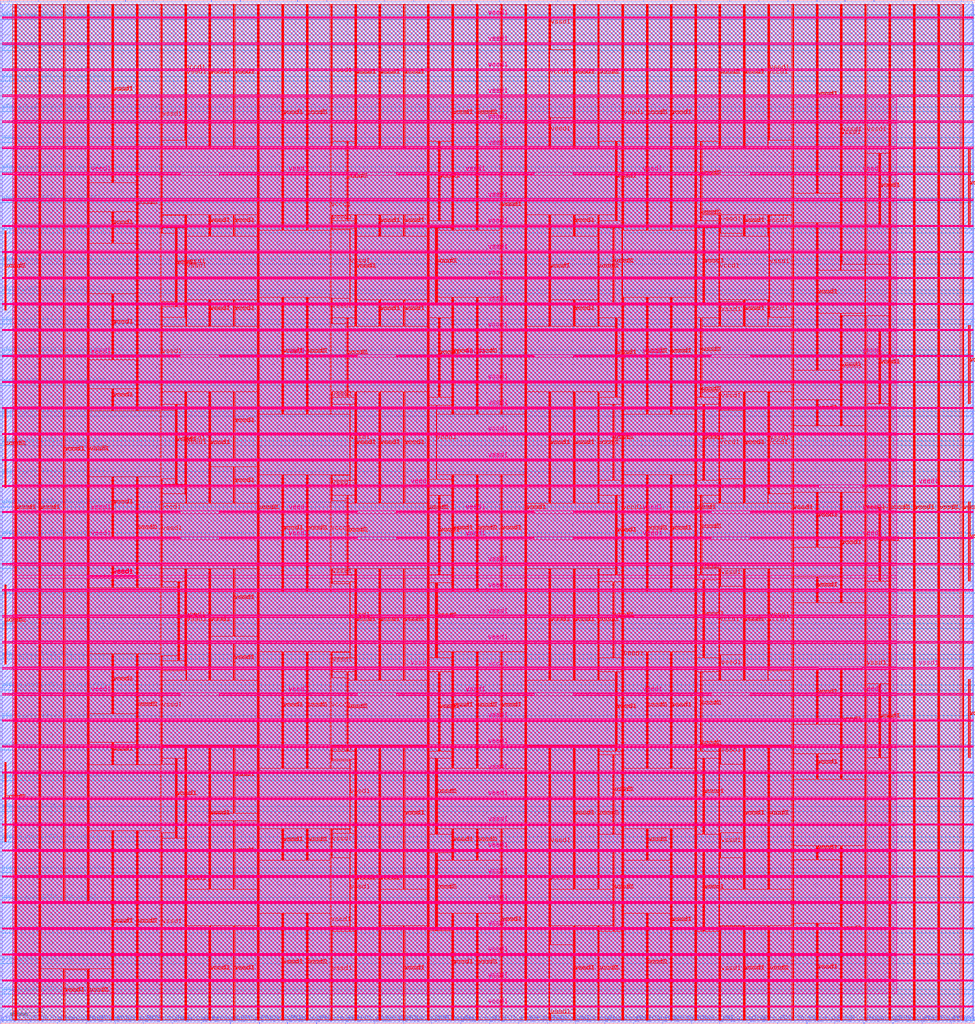
<source format=lef>
VERSION 5.7 ;
  NOWIREEXTENSIONATPIN ON ;
  DIVIDERCHAR "/" ;
  BUSBITCHARS "[]" ;
MACRO fpga_top
  CLASS BLOCK ;
  FOREIGN fpga_top ;
  ORIGIN 0.000 0.000 ;
  SIZE 2810.000 BY 2950.000 ;
  PIN ccff_head
    DIRECTION INPUT ;
    USE SIGNAL ;
    PORT
      LAYER met2 ;
        RECT 1243.010 0.000 1243.290 4.000 ;
    END
  END ccff_head
  PIN ccff_tail
    DIRECTION OUTPUT TRISTATE ;
    USE SIGNAL ;
    PORT
      LAYER met2 ;
        RECT 1024.050 2946.000 1024.330 2950.000 ;
    END
  END ccff_tail
  PIN clk
    DIRECTION INPUT ;
    USE SIGNAL ;
    PORT
      LAYER met2 ;
        RECT 2241.210 0.000 2241.490 4.000 ;
    END
  END clk
  PIN gfpga_pad_GPIO_PAD_in[0]
    DIRECTION INPUT ;
    USE SIGNAL ;
    PORT
      LAYER met2 ;
        RECT 2489.150 0.000 2489.430 4.000 ;
    END
  END gfpga_pad_GPIO_PAD_in[0]
  PIN gfpga_pad_GPIO_PAD_in[10]
    DIRECTION INPUT ;
    USE SIGNAL ;
    PORT
      LAYER met2 ;
        RECT 1825.830 0.000 1826.110 4.000 ;
    END
  END gfpga_pad_GPIO_PAD_in[10]
  PIN gfpga_pad_GPIO_PAD_in[11]
    DIRECTION INPUT ;
    USE SIGNAL ;
    PORT
      LAYER met2 ;
        RECT 1271.990 2946.000 1272.270 2950.000 ;
    END
  END gfpga_pad_GPIO_PAD_in[11]
  PIN gfpga_pad_GPIO_PAD_in[12]
    DIRECTION INPUT ;
    USE SIGNAL ;
    PORT
      LAYER met3 ;
        RECT 2806.000 98.640 2810.000 99.240 ;
    END
  END gfpga_pad_GPIO_PAD_in[12]
  PIN gfpga_pad_GPIO_PAD_in[13]
    DIRECTION INPUT ;
    USE SIGNAL ;
    PORT
      LAYER met3 ;
        RECT 2806.000 2553.440 2810.000 2554.040 ;
    END
  END gfpga_pad_GPIO_PAD_in[13]
  PIN gfpga_pad_GPIO_PAD_in[14]
    DIRECTION INPUT ;
    USE SIGNAL ;
    PORT
      LAYER met2 ;
        RECT 2769.290 2946.000 2769.570 2950.000 ;
    END
  END gfpga_pad_GPIO_PAD_in[14]
  PIN gfpga_pad_GPIO_PAD_in[15]
    DIRECTION INPUT ;
    USE SIGNAL ;
    PORT
      LAYER met2 ;
        RECT 1687.370 2946.000 1687.650 2950.000 ;
    END
  END gfpga_pad_GPIO_PAD_in[15]
  PIN gfpga_pad_GPIO_PAD_in[16]
    DIRECTION INPUT ;
    USE SIGNAL ;
    PORT
      LAYER met2 ;
        RECT 747.130 0.000 747.410 4.000 ;
    END
  END gfpga_pad_GPIO_PAD_in[16]
  PIN gfpga_pad_GPIO_PAD_in[17]
    DIRECTION INPUT ;
    USE SIGNAL ;
    PORT
      LAYER met3 ;
        RECT 0.000 612.040 4.000 612.640 ;
    END
  END gfpga_pad_GPIO_PAD_in[17]
  PIN gfpga_pad_GPIO_PAD_in[18]
    DIRECTION INPUT ;
    USE SIGNAL ;
    PORT
      LAYER met3 ;
        RECT 0.000 700.440 4.000 701.040 ;
    END
  END gfpga_pad_GPIO_PAD_in[18]
  PIN gfpga_pad_GPIO_PAD_in[19]
    DIRECTION INPUT ;
    USE SIGNAL ;
    PORT
      LAYER met3 ;
        RECT 0.000 523.640 4.000 524.240 ;
    END
  END gfpga_pad_GPIO_PAD_in[19]
  PIN gfpga_pad_GPIO_PAD_in[1]
    DIRECTION INPUT ;
    USE SIGNAL ;
    PORT
      LAYER met2 ;
        RECT 1439.430 2946.000 1439.710 2950.000 ;
    END
  END gfpga_pad_GPIO_PAD_in[1]
  PIN gfpga_pad_GPIO_PAD_in[20]
    DIRECTION INPUT ;
    USE SIGNAL ;
    PORT
      LAYER met2 ;
        RECT 277.010 2946.000 277.290 2950.000 ;
    END
  END gfpga_pad_GPIO_PAD_in[20]
  PIN gfpga_pad_GPIO_PAD_in[21]
    DIRECTION INPUT ;
    USE SIGNAL ;
    PORT
      LAYER met3 ;
        RECT 2806.000 2291.640 2810.000 2292.240 ;
    END
  END gfpga_pad_GPIO_PAD_in[21]
  PIN gfpga_pad_GPIO_PAD_in[22]
    DIRECTION INPUT ;
    USE SIGNAL ;
    PORT
      LAYER met3 ;
        RECT 0.000 2104.640 4.000 2105.240 ;
    END
  END gfpga_pad_GPIO_PAD_in[22]
  PIN gfpga_pad_GPIO_PAD_in[23]
    DIRECTION INPUT ;
    USE SIGNAL ;
    PORT
      LAYER met3 ;
        RECT 2806.000 2380.040 2810.000 2380.640 ;
    END
  END gfpga_pad_GPIO_PAD_in[23]
  PIN gfpga_pad_GPIO_PAD_in[24]
    DIRECTION INPUT ;
    USE SIGNAL ;
    PORT
      LAYER met2 ;
        RECT 827.630 0.000 827.910 4.000 ;
    END
  END gfpga_pad_GPIO_PAD_in[24]
  PIN gfpga_pad_GPIO_PAD_in[25]
    DIRECTION INPUT ;
    USE SIGNAL ;
    PORT
      LAYER met2 ;
        RECT 2601.850 2946.000 2602.130 2950.000 ;
    END
  END gfpga_pad_GPIO_PAD_in[25]
  PIN gfpga_pad_GPIO_PAD_in[26]
    DIRECTION INPUT ;
    USE SIGNAL ;
    PORT
      LAYER met2 ;
        RECT 1854.810 2946.000 1855.090 2950.000 ;
    END
  END gfpga_pad_GPIO_PAD_in[26]
  PIN gfpga_pad_GPIO_PAD_in[27]
    DIRECTION INPUT ;
    USE SIGNAL ;
    PORT
      LAYER met2 ;
        RECT 360.730 2946.000 361.010 2950.000 ;
    END
  END gfpga_pad_GPIO_PAD_in[27]
  PIN gfpga_pad_GPIO_PAD_in[28]
    DIRECTION INPUT ;
    USE SIGNAL ;
    PORT
      LAYER met2 ;
        RECT 1355.710 2946.000 1355.990 2950.000 ;
    END
  END gfpga_pad_GPIO_PAD_in[28]
  PIN gfpga_pad_GPIO_PAD_in[29]
    DIRECTION INPUT ;
    USE SIGNAL ;
    PORT
      LAYER met3 ;
        RECT 0.000 2366.440 4.000 2367.040 ;
    END
  END gfpga_pad_GPIO_PAD_in[29]
  PIN gfpga_pad_GPIO_PAD_in[2]
    DIRECTION INPUT ;
    USE SIGNAL ;
    PORT
      LAYER met3 ;
        RECT 2806.000 1152.640 2810.000 1153.240 ;
    END
  END gfpga_pad_GPIO_PAD_in[2]
  PIN gfpga_pad_GPIO_PAD_in[30]
    DIRECTION INPUT ;
    USE SIGNAL ;
    PORT
      LAYER met3 ;
        RECT 0.000 1666.040 4.000 1666.640 ;
    END
  END gfpga_pad_GPIO_PAD_in[30]
  PIN gfpga_pad_GPIO_PAD_in[31]
    DIRECTION INPUT ;
    USE SIGNAL ;
    PORT
      LAYER met3 ;
        RECT 2806.000 10.240 2810.000 10.840 ;
    END
  END gfpga_pad_GPIO_PAD_in[31]
  PIN gfpga_pad_GPIO_PAD_in[32]
    DIRECTION INPUT ;
    USE SIGNAL ;
    PORT
      LAYER met2 ;
        RECT 109.570 2946.000 109.850 2950.000 ;
    END
  END gfpga_pad_GPIO_PAD_in[32]
  PIN gfpga_pad_GPIO_PAD_in[33]
    DIRECTION INPUT ;
    USE SIGNAL ;
    PORT
      LAYER met2 ;
        RECT 911.350 0.000 911.630 4.000 ;
    END
  END gfpga_pad_GPIO_PAD_in[33]
  PIN gfpga_pad_GPIO_PAD_in[34]
    DIRECTION INPUT ;
    USE SIGNAL ;
    PORT
      LAYER met3 ;
        RECT 2806.000 1241.040 2810.000 1241.640 ;
    END
  END gfpga_pad_GPIO_PAD_in[34]
  PIN gfpga_pad_GPIO_PAD_in[35]
    DIRECTION INPUT ;
    USE SIGNAL ;
    PORT
      LAYER met2 ;
        RECT 1162.510 0.000 1162.790 4.000 ;
    END
  END gfpga_pad_GPIO_PAD_in[35]
  PIN gfpga_pad_GPIO_PAD_in[36]
    DIRECTION INPUT ;
    USE SIGNAL ;
    PORT
      LAYER met3 ;
        RECT 0.000 1227.440 4.000 1228.040 ;
    END
  END gfpga_pad_GPIO_PAD_in[36]
  PIN gfpga_pad_GPIO_PAD_in[37]
    DIRECTION INPUT ;
    USE SIGNAL ;
    PORT
      LAYER met2 ;
        RECT 441.230 2946.000 441.510 2950.000 ;
    END
  END gfpga_pad_GPIO_PAD_in[37]
  PIN gfpga_pad_GPIO_PAD_in[38]
    DIRECTION INPUT ;
    USE SIGNAL ;
    PORT
      LAYER met2 ;
        RECT 1523.150 2946.000 1523.430 2950.000 ;
    END
  END gfpga_pad_GPIO_PAD_in[38]
  PIN gfpga_pad_GPIO_PAD_in[39]
    DIRECTION INPUT ;
    USE SIGNAL ;
    PORT
      LAYER met2 ;
        RECT 2353.910 2946.000 2354.190 2950.000 ;
    END
  END gfpga_pad_GPIO_PAD_in[39]
  PIN gfpga_pad_GPIO_PAD_in[3]
    DIRECTION INPUT ;
    USE SIGNAL ;
    PORT
      LAYER met3 ;
        RECT 2806.000 1764.640 2810.000 1765.240 ;
    END
  END gfpga_pad_GPIO_PAD_in[3]
  PIN gfpga_pad_GPIO_PAD_in[40]
    DIRECTION INPUT ;
    USE SIGNAL ;
    PORT
      LAYER met3 ;
        RECT 2806.000 1853.040 2810.000 1853.640 ;
    END
  END gfpga_pad_GPIO_PAD_in[40]
  PIN gfpga_pad_GPIO_PAD_in[41]
    DIRECTION INPUT ;
    USE SIGNAL ;
    PORT
      LAYER met2 ;
        RECT 608.670 2946.000 608.950 2950.000 ;
    END
  END gfpga_pad_GPIO_PAD_in[41]
  PIN gfpga_pad_GPIO_PAD_in[42]
    DIRECTION INPUT ;
    USE SIGNAL ;
    PORT
      LAYER met2 ;
        RECT 2270.190 2946.000 2270.470 2950.000 ;
    END
  END gfpga_pad_GPIO_PAD_in[42]
  PIN gfpga_pad_GPIO_PAD_in[43]
    DIRECTION INPUT ;
    USE SIGNAL ;
    PORT
      LAYER met2 ;
        RECT 1742.110 0.000 1742.390 4.000 ;
    END
  END gfpga_pad_GPIO_PAD_in[43]
  PIN gfpga_pad_GPIO_PAD_in[44]
    DIRECTION INPUT ;
    USE SIGNAL ;
    PORT
      LAYER met2 ;
        RECT 1410.450 0.000 1410.730 4.000 ;
    END
  END gfpga_pad_GPIO_PAD_in[44]
  PIN gfpga_pad_GPIO_PAD_in[45]
    DIRECTION INPUT ;
    USE SIGNAL ;
    PORT
      LAYER met3 ;
        RECT 2806.000 2029.840 2810.000 2030.440 ;
    END
  END gfpga_pad_GPIO_PAD_in[45]
  PIN gfpga_pad_GPIO_PAD_in[46]
    DIRECTION INPUT ;
    USE SIGNAL ;
    PORT
      LAYER met2 ;
        RECT 2740.310 0.000 2740.590 4.000 ;
    END
  END gfpga_pad_GPIO_PAD_in[46]
  PIN gfpga_pad_GPIO_PAD_in[47]
    DIRECTION INPUT ;
    USE SIGNAL ;
    PORT
      LAYER met2 ;
        RECT 2405.430 0.000 2405.710 4.000 ;
    END
  END gfpga_pad_GPIO_PAD_in[47]
  PIN gfpga_pad_GPIO_PAD_in[48]
    DIRECTION INPUT ;
    USE SIGNAL ;
    PORT
      LAYER met3 ;
        RECT 2806.000 1326.040 2810.000 1326.640 ;
    END
  END gfpga_pad_GPIO_PAD_in[48]
  PIN gfpga_pad_GPIO_PAD_in[49]
    DIRECTION INPUT ;
    USE SIGNAL ;
    PORT
      LAYER met2 ;
        RECT 2434.410 2946.000 2434.690 2950.000 ;
    END
  END gfpga_pad_GPIO_PAD_in[49]
  PIN gfpga_pad_GPIO_PAD_in[4]
    DIRECTION INPUT ;
    USE SIGNAL ;
    PORT
      LAYER met2 ;
        RECT 1494.170 0.000 1494.450 4.000 ;
    END
  END gfpga_pad_GPIO_PAD_in[4]
  PIN gfpga_pad_GPIO_PAD_in[50]
    DIRECTION INPUT ;
    USE SIGNAL ;
    PORT
      LAYER met3 ;
        RECT 2806.000 887.440 2810.000 888.040 ;
    END
  END gfpga_pad_GPIO_PAD_in[50]
  PIN gfpga_pad_GPIO_PAD_in[51]
    DIRECTION INPUT ;
    USE SIGNAL ;
    PORT
      LAYER met2 ;
        RECT 663.410 0.000 663.690 4.000 ;
    END
  END gfpga_pad_GPIO_PAD_in[51]
  PIN gfpga_pad_GPIO_PAD_in[52]
    DIRECTION INPUT ;
    USE SIGNAL ;
    PORT
      LAYER met2 ;
        RECT 80.590 0.000 80.870 4.000 ;
    END
  END gfpga_pad_GPIO_PAD_in[52]
  PIN gfpga_pad_GPIO_PAD_in[53]
    DIRECTION INPUT ;
    USE SIGNAL ;
    PORT
      LAYER met3 ;
        RECT 2806.000 802.440 2810.000 803.040 ;
    END
  END gfpga_pad_GPIO_PAD_in[53]
  PIN gfpga_pad_GPIO_PAD_in[54]
    DIRECTION INPUT ;
    USE SIGNAL ;
    PORT
      LAYER met2 ;
        RECT 940.330 2946.000 940.610 2950.000 ;
    END
  END gfpga_pad_GPIO_PAD_in[54]
  PIN gfpga_pad_GPIO_PAD_in[55]
    DIRECTION INPUT ;
    USE SIGNAL ;
    PORT
      LAYER met3 ;
        RECT 0.000 1489.240 4.000 1489.840 ;
    END
  END gfpga_pad_GPIO_PAD_in[55]
  PIN gfpga_pad_GPIO_PAD_in[56]
    DIRECTION INPUT ;
    USE SIGNAL ;
    PORT
      LAYER met3 ;
        RECT 0.000 1927.840 4.000 1928.440 ;
    END
  END gfpga_pad_GPIO_PAD_in[56]
  PIN gfpga_pad_GPIO_PAD_in[57]
    DIRECTION INPUT ;
    USE SIGNAL ;
    PORT
      LAYER met3 ;
        RECT 2806.000 363.840 2810.000 364.440 ;
    END
  END gfpga_pad_GPIO_PAD_in[57]
  PIN gfpga_pad_GPIO_PAD_in[58]
    DIRECTION INPUT ;
    USE SIGNAL ;
    PORT
      LAYER met2 ;
        RECT 2073.770 0.000 2074.050 4.000 ;
    END
  END gfpga_pad_GPIO_PAD_in[58]
  PIN gfpga_pad_GPIO_PAD_in[59]
    DIRECTION INPUT ;
    USE SIGNAL ;
    PORT
      LAYER met3 ;
        RECT 2806.000 2203.240 2810.000 2203.840 ;
    END
  END gfpga_pad_GPIO_PAD_in[59]
  PIN gfpga_pad_GPIO_PAD_in[5]
    DIRECTION INPUT ;
    USE SIGNAL ;
    PORT
      LAYER met3 ;
        RECT 0.000 1400.840 4.000 1401.440 ;
    END
  END gfpga_pad_GPIO_PAD_in[5]
  PIN gfpga_pad_GPIO_PAD_in[60]
    DIRECTION INPUT ;
    USE SIGNAL ;
    PORT
      LAYER met2 ;
        RECT 1078.790 0.000 1079.070 4.000 ;
    END
  END gfpga_pad_GPIO_PAD_in[60]
  PIN gfpga_pad_GPIO_PAD_in[61]
    DIRECTION INPUT ;
    USE SIGNAL ;
    PORT
      LAYER met2 ;
        RECT 412.250 0.000 412.530 4.000 ;
    END
  END gfpga_pad_GPIO_PAD_in[61]
  PIN gfpga_pad_GPIO_PAD_in[62]
    DIRECTION INPUT ;
    USE SIGNAL ;
    PORT
      LAYER met2 ;
        RECT 2685.570 2946.000 2685.850 2950.000 ;
    END
  END gfpga_pad_GPIO_PAD_in[62]
  PIN gfpga_pad_GPIO_PAD_in[63]
    DIRECTION INPUT ;
    USE SIGNAL ;
    PORT
      LAYER met3 ;
        RECT 0.000 1312.440 4.000 1313.040 ;
    END
  END gfpga_pad_GPIO_PAD_in[63]
  PIN gfpga_pad_GPIO_PAD_in[6]
    DIRECTION INPUT ;
    USE SIGNAL ;
    PORT
      LAYER met3 ;
        RECT 0.000 350.240 4.000 350.840 ;
    END
  END gfpga_pad_GPIO_PAD_in[6]
  PIN gfpga_pad_GPIO_PAD_in[7]
    DIRECTION INPUT ;
    USE SIGNAL ;
    PORT
      LAYER met3 ;
        RECT 2806.000 1591.240 2810.000 1591.840 ;
    END
  END gfpga_pad_GPIO_PAD_in[7]
  PIN gfpga_pad_GPIO_PAD_in[8]
    DIRECTION INPUT ;
    USE SIGNAL ;
    PORT
      LAYER met2 ;
        RECT 692.390 2946.000 692.670 2950.000 ;
    END
  END gfpga_pad_GPIO_PAD_in[8]
  PIN gfpga_pad_GPIO_PAD_in[9]
    DIRECTION INPUT ;
    USE SIGNAL ;
    PORT
      LAYER met3 ;
        RECT 2806.000 2907.040 2810.000 2907.640 ;
    END
  END gfpga_pad_GPIO_PAD_in[9]
  PIN gfpga_pad_GPIO_PAD_out[0]
    DIRECTION OUTPUT TRISTATE ;
    USE SIGNAL ;
    PORT
      LAYER met3 ;
        RECT 0.000 2016.240 4.000 2016.840 ;
    END
  END gfpga_pad_GPIO_PAD_out[0]
  PIN gfpga_pad_GPIO_PAD_out[10]
    DIRECTION OUTPUT TRISTATE ;
    USE SIGNAL ;
    PORT
      LAYER met3 ;
        RECT 0.000 1751.040 4.000 1751.640 ;
    END
  END gfpga_pad_GPIO_PAD_out[10]
  PIN gfpga_pad_GPIO_PAD_out[11]
    DIRECTION OUTPUT TRISTATE ;
    USE SIGNAL ;
    PORT
      LAYER met2 ;
        RECT 193.290 2946.000 193.570 2950.000 ;
    END
  END gfpga_pad_GPIO_PAD_out[11]
  PIN gfpga_pad_GPIO_PAD_out[12]
    DIRECTION OUTPUT TRISTATE ;
    USE SIGNAL ;
    PORT
      LAYER met2 ;
        RECT 856.610 2946.000 856.890 2950.000 ;
    END
  END gfpga_pad_GPIO_PAD_out[12]
  PIN gfpga_pad_GPIO_PAD_out[13]
    DIRECTION OUTPUT TRISTATE ;
    USE SIGNAL ;
    PORT
      LAYER met2 ;
        RECT 1107.770 2946.000 1108.050 2950.000 ;
    END
  END gfpga_pad_GPIO_PAD_out[13]
  PIN gfpga_pad_GPIO_PAD_out[14]
    DIRECTION OUTPUT TRISTATE ;
    USE SIGNAL ;
    PORT
      LAYER met3 ;
        RECT 0.000 2189.640 4.000 2190.240 ;
    END
  END gfpga_pad_GPIO_PAD_out[14]
  PIN gfpga_pad_GPIO_PAD_out[15]
    DIRECTION OUTPUT TRISTATE ;
    USE SIGNAL ;
    PORT
      LAYER met3 ;
        RECT 0.000 435.240 4.000 435.840 ;
    END
  END gfpga_pad_GPIO_PAD_out[15]
  PIN gfpga_pad_GPIO_PAD_out[16]
    DIRECTION OUTPUT TRISTATE ;
    USE SIGNAL ;
    PORT
      LAYER met3 ;
        RECT 2806.000 975.840 2810.000 976.440 ;
    END
  END gfpga_pad_GPIO_PAD_out[16]
  PIN gfpga_pad_GPIO_PAD_out[17]
    DIRECTION OUTPUT TRISTATE ;
    USE SIGNAL ;
    PORT
      LAYER met3 ;
        RECT 2806.000 2730.240 2810.000 2730.840 ;
    END
  END gfpga_pad_GPIO_PAD_out[17]
  PIN gfpga_pad_GPIO_PAD_out[18]
    DIRECTION OUTPUT TRISTATE ;
    USE SIGNAL ;
    PORT
      LAYER met2 ;
        RECT 248.030 0.000 248.310 4.000 ;
    END
  END gfpga_pad_GPIO_PAD_out[18]
  PIN gfpga_pad_GPIO_PAD_out[19]
    DIRECTION OUTPUT TRISTATE ;
    USE SIGNAL ;
    PORT
      LAYER met3 ;
        RECT 2806.000 187.040 2810.000 187.640 ;
    END
  END gfpga_pad_GPIO_PAD_out[19]
  PIN gfpga_pad_GPIO_PAD_out[1]
    DIRECTION OUTPUT TRISTATE ;
    USE SIGNAL ;
    PORT
      LAYER met3 ;
        RECT 2806.000 1064.240 2810.000 1064.840 ;
    END
  END gfpga_pad_GPIO_PAD_out[1]
  PIN gfpga_pad_GPIO_PAD_out[20]
    DIRECTION OUTPUT TRISTATE ;
    USE SIGNAL ;
    PORT
      LAYER met2 ;
        RECT 1938.530 2946.000 1938.810 2950.000 ;
    END
  END gfpga_pad_GPIO_PAD_out[20]
  PIN gfpga_pad_GPIO_PAD_out[21]
    DIRECTION OUTPUT TRISTATE ;
    USE SIGNAL ;
    PORT
      LAYER met3 ;
        RECT 2806.000 625.640 2810.000 626.240 ;
    END
  END gfpga_pad_GPIO_PAD_out[21]
  PIN gfpga_pad_GPIO_PAD_out[22]
    DIRECTION OUTPUT TRISTATE ;
    USE SIGNAL ;
    PORT
      LAYER met3 ;
        RECT 0.000 2893.440 4.000 2894.040 ;
    END
  END gfpga_pad_GPIO_PAD_out[22]
  PIN gfpga_pad_GPIO_PAD_out[23]
    DIRECTION OUTPUT TRISTATE ;
    USE SIGNAL ;
    PORT
      LAYER met3 ;
        RECT 0.000 1577.640 4.000 1578.240 ;
    END
  END gfpga_pad_GPIO_PAD_out[23]
  PIN gfpga_pad_GPIO_PAD_out[24]
    DIRECTION OUTPUT TRISTATE ;
    USE SIGNAL ;
    PORT
      LAYER met3 ;
        RECT 2806.000 1502.840 2810.000 1503.440 ;
    END
  END gfpga_pad_GPIO_PAD_out[24]
  PIN gfpga_pad_GPIO_PAD_out[25]
    DIRECTION OUTPUT TRISTATE ;
    USE SIGNAL ;
    PORT
      LAYER met3 ;
        RECT 2806.000 2818.640 2810.000 2819.240 ;
    END
  END gfpga_pad_GPIO_PAD_out[25]
  PIN gfpga_pad_GPIO_PAD_out[26]
    DIRECTION OUTPUT TRISTATE ;
    USE SIGNAL ;
    PORT
      LAYER met3 ;
        RECT 0.000 1139.040 4.000 1139.640 ;
    END
  END gfpga_pad_GPIO_PAD_out[26]
  PIN gfpga_pad_GPIO_PAD_out[27]
    DIRECTION OUTPUT TRISTATE ;
    USE SIGNAL ;
    PORT
      LAYER met3 ;
        RECT 2806.000 448.840 2810.000 449.440 ;
    END
  END gfpga_pad_GPIO_PAD_out[27]
  PIN gfpga_pad_GPIO_PAD_out[28]
    DIRECTION OUTPUT TRISTATE ;
    USE SIGNAL ;
    PORT
      LAYER met2 ;
        RECT 1658.390 0.000 1658.670 4.000 ;
    END
  END gfpga_pad_GPIO_PAD_out[28]
  PIN gfpga_pad_GPIO_PAD_out[29]
    DIRECTION OUTPUT TRISTATE ;
    USE SIGNAL ;
    PORT
      LAYER met2 ;
        RECT 2656.590 0.000 2656.870 4.000 ;
    END
  END gfpga_pad_GPIO_PAD_out[29]
  PIN gfpga_pad_GPIO_PAD_out[2]
    DIRECTION OUTPUT TRISTATE ;
    USE SIGNAL ;
    PORT
      LAYER met2 ;
        RECT 1191.490 2946.000 1191.770 2950.000 ;
    END
  END gfpga_pad_GPIO_PAD_out[2]
  PIN gfpga_pad_GPIO_PAD_out[30]
    DIRECTION OUTPUT TRISTATE ;
    USE SIGNAL ;
    PORT
      LAYER met2 ;
        RECT 2157.490 0.000 2157.770 4.000 ;
    END
  END gfpga_pad_GPIO_PAD_out[30]
  PIN gfpga_pad_GPIO_PAD_out[31]
    DIRECTION OUTPUT TRISTATE ;
    USE SIGNAL ;
    PORT
      LAYER met2 ;
        RECT 331.750 0.000 332.030 4.000 ;
    END
  END gfpga_pad_GPIO_PAD_out[31]
  PIN gfpga_pad_GPIO_PAD_out[32]
    DIRECTION OUTPUT TRISTATE ;
    USE SIGNAL ;
    PORT
      LAYER met3 ;
        RECT 0.000 1050.640 4.000 1051.240 ;
    END
  END gfpga_pad_GPIO_PAD_out[32]
  PIN gfpga_pad_GPIO_PAD_out[33]
    DIRECTION OUTPUT TRISTATE ;
    USE SIGNAL ;
    PORT
      LAYER met3 ;
        RECT 2806.000 275.440 2810.000 276.040 ;
    END
  END gfpga_pad_GPIO_PAD_out[33]
  PIN gfpga_pad_GPIO_PAD_out[34]
    DIRECTION OUTPUT TRISTATE ;
    USE SIGNAL ;
    PORT
      LAYER met3 ;
        RECT 2806.000 2114.840 2810.000 2115.440 ;
    END
  END gfpga_pad_GPIO_PAD_out[34]
  PIN gfpga_pad_GPIO_PAD_out[35]
    DIRECTION OUTPUT TRISTATE ;
    USE SIGNAL ;
    PORT
      LAYER met3 ;
        RECT 0.000 85.040 4.000 85.640 ;
    END
  END gfpga_pad_GPIO_PAD_out[35]
  PIN gfpga_pad_GPIO_PAD_out[36]
    DIRECTION OUTPUT TRISTATE ;
    USE SIGNAL ;
    PORT
      LAYER met2 ;
        RECT 2324.930 0.000 2325.210 4.000 ;
    END
  END gfpga_pad_GPIO_PAD_out[36]
  PIN gfpga_pad_GPIO_PAD_out[37]
    DIRECTION OUTPUT TRISTATE ;
    USE SIGNAL ;
    PORT
      LAYER met3 ;
        RECT 0.000 1839.440 4.000 1840.040 ;
    END
  END gfpga_pad_GPIO_PAD_out[37]
  PIN gfpga_pad_GPIO_PAD_out[38]
    DIRECTION OUTPUT TRISTATE ;
    USE SIGNAL ;
    PORT
      LAYER met3 ;
        RECT 2806.000 714.040 2810.000 714.640 ;
    END
  END gfpga_pad_GPIO_PAD_out[38]
  PIN gfpga_pad_GPIO_PAD_out[39]
    DIRECTION OUTPUT TRISTATE ;
    USE SIGNAL ;
    PORT
      LAYER met3 ;
        RECT 0.000 2454.840 4.000 2455.440 ;
    END
  END gfpga_pad_GPIO_PAD_out[39]
  PIN gfpga_pad_GPIO_PAD_out[3]
    DIRECTION OUTPUT TRISTATE ;
    USE SIGNAL ;
    PORT
      LAYER met3 ;
        RECT 2806.000 1679.640 2810.000 1680.240 ;
    END
  END gfpga_pad_GPIO_PAD_out[3]
  PIN gfpga_pad_GPIO_PAD_out[40]
    DIRECTION OUTPUT TRISTATE ;
    USE SIGNAL ;
    PORT
      LAYER met3 ;
        RECT 2806.000 2468.440 2810.000 2469.040 ;
    END
  END gfpga_pad_GPIO_PAD_out[40]
  PIN gfpga_pad_GPIO_PAD_out[41]
    DIRECTION OUTPUT TRISTATE ;
    USE SIGNAL ;
    PORT
      LAYER met2 ;
        RECT 2572.870 0.000 2573.150 4.000 ;
    END
  END gfpga_pad_GPIO_PAD_out[41]
  PIN gfpga_pad_GPIO_PAD_out[42]
    DIRECTION OUTPUT TRISTATE ;
    USE SIGNAL ;
    PORT
      LAYER met3 ;
        RECT 2806.000 2641.840 2810.000 2642.440 ;
    END
  END gfpga_pad_GPIO_PAD_out[42]
  PIN gfpga_pad_GPIO_PAD_out[43]
    DIRECTION OUTPUT TRISTATE ;
    USE SIGNAL ;
    PORT
      LAYER met3 ;
        RECT 0.000 173.440 4.000 174.040 ;
    END
  END gfpga_pad_GPIO_PAD_out[43]
  PIN gfpga_pad_GPIO_PAD_out[44]
    DIRECTION OUTPUT TRISTATE ;
    USE SIGNAL ;
    PORT
      LAYER met3 ;
        RECT 0.000 2628.240 4.000 2628.840 ;
    END
  END gfpga_pad_GPIO_PAD_out[44]
  PIN gfpga_pad_GPIO_PAD_out[45]
    DIRECTION OUTPUT TRISTATE ;
    USE SIGNAL ;
    PORT
      LAYER met3 ;
        RECT 0.000 962.240 4.000 962.840 ;
    END
  END gfpga_pad_GPIO_PAD_out[45]
  PIN gfpga_pad_GPIO_PAD_out[46]
    DIRECTION OUTPUT TRISTATE ;
    USE SIGNAL ;
    PORT
      LAYER met2 ;
        RECT 0.090 0.000 0.370 4.000 ;
    END
  END gfpga_pad_GPIO_PAD_out[46]
  PIN gfpga_pad_GPIO_PAD_out[47]
    DIRECTION OUTPUT TRISTATE ;
    USE SIGNAL ;
    PORT
      LAYER met2 ;
        RECT 1909.550 0.000 1909.830 4.000 ;
    END
  END gfpga_pad_GPIO_PAD_out[47]
  PIN gfpga_pad_GPIO_PAD_out[48]
    DIRECTION OUTPUT TRISTATE ;
    USE SIGNAL ;
    PORT
      LAYER met3 ;
        RECT 0.000 2805.040 4.000 2805.640 ;
    END
  END gfpga_pad_GPIO_PAD_out[48]
  PIN gfpga_pad_GPIO_PAD_out[49]
    DIRECTION OUTPUT TRISTATE ;
    USE SIGNAL ;
    PORT
      LAYER met2 ;
        RECT 776.110 2946.000 776.390 2950.000 ;
    END
  END gfpga_pad_GPIO_PAD_out[49]
  PIN gfpga_pad_GPIO_PAD_out[4]
    DIRECTION OUTPUT TRISTATE ;
    USE SIGNAL ;
    PORT
      LAYER met2 ;
        RECT 1771.090 2946.000 1771.370 2950.000 ;
    END
  END gfpga_pad_GPIO_PAD_out[4]
  PIN gfpga_pad_GPIO_PAD_out[50]
    DIRECTION OUTPUT TRISTATE ;
    USE SIGNAL ;
    PORT
      LAYER met3 ;
        RECT 0.000 2278.040 4.000 2278.640 ;
    END
  END gfpga_pad_GPIO_PAD_out[50]
  PIN gfpga_pad_GPIO_PAD_out[51]
    DIRECTION OUTPUT TRISTATE ;
    USE SIGNAL ;
    PORT
      LAYER met2 ;
        RECT 495.970 0.000 496.250 4.000 ;
    END
  END gfpga_pad_GPIO_PAD_out[51]
  PIN gfpga_pad_GPIO_PAD_out[52]
    DIRECTION OUTPUT TRISTATE ;
    USE SIGNAL ;
    PORT
      LAYER met2 ;
        RECT 164.310 0.000 164.590 4.000 ;
    END
  END gfpga_pad_GPIO_PAD_out[52]
  PIN gfpga_pad_GPIO_PAD_out[53]
    DIRECTION OUTPUT TRISTATE ;
    USE SIGNAL ;
    PORT
      LAYER met2 ;
        RECT 2186.470 2946.000 2186.750 2950.000 ;
    END
  END gfpga_pad_GPIO_PAD_out[53]
  PIN gfpga_pad_GPIO_PAD_out[54]
    DIRECTION OUTPUT TRISTATE ;
    USE SIGNAL ;
    PORT
      LAYER met2 ;
        RECT 1606.870 2946.000 1607.150 2950.000 ;
    END
  END gfpga_pad_GPIO_PAD_out[54]
  PIN gfpga_pad_GPIO_PAD_out[55]
    DIRECTION OUTPUT TRISTATE ;
    USE SIGNAL ;
    PORT
      LAYER met2 ;
        RECT 1326.730 0.000 1327.010 4.000 ;
    END
  END gfpga_pad_GPIO_PAD_out[55]
  PIN gfpga_pad_GPIO_PAD_out[56]
    DIRECTION OUTPUT TRISTATE ;
    USE SIGNAL ;
    PORT
      LAYER met2 ;
        RECT 2518.130 2946.000 2518.410 2950.000 ;
    END
  END gfpga_pad_GPIO_PAD_out[56]
  PIN gfpga_pad_GPIO_PAD_out[57]
    DIRECTION OUTPUT TRISTATE ;
    USE SIGNAL ;
    PORT
      LAYER met3 ;
        RECT 2806.000 537.240 2810.000 537.840 ;
    END
  END gfpga_pad_GPIO_PAD_out[57]
  PIN gfpga_pad_GPIO_PAD_out[58]
    DIRECTION OUTPUT TRISTATE ;
    USE SIGNAL ;
    PORT
      LAYER met3 ;
        RECT 0.000 2716.640 4.000 2717.240 ;
    END
  END gfpga_pad_GPIO_PAD_out[58]
  PIN gfpga_pad_GPIO_PAD_out[59]
    DIRECTION OUTPUT TRISTATE ;
    USE SIGNAL ;
    PORT
      LAYER met3 ;
        RECT 0.000 873.840 4.000 874.440 ;
    END
  END gfpga_pad_GPIO_PAD_out[59]
  PIN gfpga_pad_GPIO_PAD_out[5]
    DIRECTION OUTPUT TRISTATE ;
    USE SIGNAL ;
    PORT
      LAYER met2 ;
        RECT 579.690 0.000 579.970 4.000 ;
    END
  END gfpga_pad_GPIO_PAD_out[5]
  PIN gfpga_pad_GPIO_PAD_out[60]
    DIRECTION OUTPUT TRISTATE ;
    USE SIGNAL ;
    PORT
      LAYER met2 ;
        RECT 995.070 0.000 995.350 4.000 ;
    END
  END gfpga_pad_GPIO_PAD_out[60]
  PIN gfpga_pad_GPIO_PAD_out[61]
    DIRECTION OUTPUT TRISTATE ;
    USE SIGNAL ;
    PORT
      LAYER met3 ;
        RECT 0.000 261.840 4.000 262.440 ;
    END
  END gfpga_pad_GPIO_PAD_out[61]
  PIN gfpga_pad_GPIO_PAD_out[62]
    DIRECTION OUTPUT TRISTATE ;
    USE SIGNAL ;
    PORT
      LAYER met3 ;
        RECT 2806.000 1941.440 2810.000 1942.040 ;
    END
  END gfpga_pad_GPIO_PAD_out[62]
  PIN gfpga_pad_GPIO_PAD_out[63]
    DIRECTION OUTPUT TRISTATE ;
    USE SIGNAL ;
    PORT
      LAYER met2 ;
        RECT 1577.890 0.000 1578.170 4.000 ;
    END
  END gfpga_pad_GPIO_PAD_out[63]
  PIN gfpga_pad_GPIO_PAD_out[6]
    DIRECTION OUTPUT TRISTATE ;
    USE SIGNAL ;
    PORT
      LAYER met2 ;
        RECT 2102.750 2946.000 2103.030 2950.000 ;
    END
  END gfpga_pad_GPIO_PAD_out[6]
  PIN gfpga_pad_GPIO_PAD_out[7]
    DIRECTION OUTPUT TRISTATE ;
    USE SIGNAL ;
    PORT
      LAYER met2 ;
        RECT 2019.030 2946.000 2019.310 2950.000 ;
    END
  END gfpga_pad_GPIO_PAD_out[7]
  PIN gfpga_pad_GPIO_PAD_out[8]
    DIRECTION OUTPUT TRISTATE ;
    USE SIGNAL ;
    PORT
      LAYER met2 ;
        RECT 25.850 2946.000 26.130 2950.000 ;
    END
  END gfpga_pad_GPIO_PAD_out[8]
  PIN gfpga_pad_GPIO_PAD_out[9]
    DIRECTION OUTPUT TRISTATE ;
    USE SIGNAL ;
    PORT
      LAYER met2 ;
        RECT 524.950 2946.000 525.230 2950.000 ;
    END
  END gfpga_pad_GPIO_PAD_out[9]
  PIN pReset
    DIRECTION INPUT ;
    USE SIGNAL ;
    PORT
      LAYER met2 ;
        RECT 1993.270 0.000 1993.550 4.000 ;
    END
  END pReset
  PIN prog_clk
    DIRECTION INPUT ;
    USE SIGNAL ;
    PORT
      LAYER met3 ;
        RECT 0.000 788.840 4.000 789.440 ;
    END
  END prog_clk
  PIN reset
    DIRECTION INPUT ;
    USE SIGNAL ;
    PORT
      LAYER met3 ;
        RECT 0.000 2539.840 4.000 2540.440 ;
    END
  END reset
  PIN set
    DIRECTION INPUT ;
    USE SIGNAL ;
    PORT
      LAYER met3 ;
        RECT 2806.000 1414.440 2810.000 1415.040 ;
    END
  END set
  PIN vccd1
    DIRECTION INOUT ;
    USE POWER ;
    PORT
      LAYER met4 ;
        RECT 41.720 10.640 43.320 2937.840 ;
    END
    PORT
      LAYER met4 ;
        RECT 111.720 10.640 113.320 2937.840 ;
    END
    PORT
      LAYER met4 ;
        RECT 181.720 10.640 183.320 157.795 ;
    END
    PORT
      LAYER met4 ;
        RECT 181.720 348.725 183.320 2937.840 ;
    END
    PORT
      LAYER met4 ;
        RECT 251.720 10.640 253.320 155.340 ;
    END
    PORT
      LAYER met4 ;
        RECT 251.720 353.220 253.320 2937.840 ;
    END
    PORT
      LAYER met4 ;
        RECT 321.720 10.640 323.320 555.515 ;
    END
    PORT
      LAYER met4 ;
        RECT 321.720 747.125 323.320 810.275 ;
    END
    PORT
      LAYER met4 ;
        RECT 321.720 893.765 323.320 1065.515 ;
    END
    PORT
      LAYER met4 ;
        RECT 321.720 1257.125 323.320 1320.275 ;
    END
    PORT
      LAYER met4 ;
        RECT 321.720 1403.765 323.320 1575.515 ;
    END
    PORT
      LAYER met4 ;
        RECT 321.720 1767.125 323.320 1830.275 ;
    END
    PORT
      LAYER met4 ;
        RECT 321.720 1913.765 323.320 2103.875 ;
    END
    PORT
      LAYER met4 ;
        RECT 321.720 2249.925 323.320 2340.275 ;
    END
    PORT
      LAYER met4 ;
        RECT 321.720 2423.765 323.320 2937.840 ;
    END
    PORT
      LAYER met4 ;
        RECT 391.720 10.640 393.320 555.515 ;
    END
    PORT
      LAYER met4 ;
        RECT 391.720 747.125 393.320 1065.515 ;
    END
    PORT
      LAYER met4 ;
        RECT 391.720 1257.125 393.320 1575.515 ;
    END
    PORT
      LAYER met4 ;
        RECT 391.720 1767.125 393.320 2937.840 ;
    END
    PORT
      LAYER met4 ;
        RECT 461.720 10.640 463.320 2937.840 ;
    END
    PORT
      LAYER met4 ;
        RECT 531.720 10.640 533.320 800.340 ;
    END
    PORT
      LAYER met4 ;
        RECT 531.720 1017.260 533.320 1310.340 ;
    END
    PORT
      LAYER met4 ;
        RECT 531.720 1527.260 533.320 1820.340 ;
    END
    PORT
      LAYER met4 ;
        RECT 531.720 2037.260 533.320 2330.340 ;
    END
    PORT
      LAYER met4 ;
        RECT 531.720 2547.260 533.320 2937.840 ;
    END
    PORT
      LAYER met4 ;
        RECT 601.720 10.640 603.320 282.115 ;
    END
    PORT
      LAYER met4 ;
        RECT 601.720 387.365 603.320 801.435 ;
    END
    PORT
      LAYER met4 ;
        RECT 601.720 990.325 603.320 1311.435 ;
    END
    PORT
      LAYER met4 ;
        RECT 601.720 1500.325 603.320 1821.435 ;
    END
    PORT
      LAYER met4 ;
        RECT 601.720 2010.325 603.320 2085.515 ;
    END
    PORT
      LAYER met4 ;
        RECT 601.720 2270.325 603.320 2331.435 ;
    END
    PORT
      LAYER met4 ;
        RECT 601.720 2520.325 603.320 2937.840 ;
    END
    PORT
      LAYER met4 ;
        RECT 671.720 10.640 673.320 282.115 ;
    END
    PORT
      LAYER met4 ;
        RECT 671.720 387.365 673.320 584.755 ;
    END
    PORT
      LAYER met4 ;
        RECT 671.720 607.725 673.320 801.435 ;
    END
    PORT
      LAYER met4 ;
        RECT 671.720 990.325 673.320 1094.755 ;
    END
    PORT
      LAYER met4 ;
        RECT 671.720 1117.725 673.320 1311.435 ;
    END
    PORT
      LAYER met4 ;
        RECT 671.720 1500.325 673.320 1604.755 ;
    END
    PORT
      LAYER met4 ;
        RECT 671.720 1627.725 673.320 1821.435 ;
    END
    PORT
      LAYER met4 ;
        RECT 671.720 2010.325 673.320 2085.515 ;
    END
    PORT
      LAYER met4 ;
        RECT 671.720 2270.325 673.320 2331.435 ;
    END
    PORT
      LAYER met4 ;
        RECT 671.720 2520.325 673.320 2937.840 ;
    END
    PORT
      LAYER met4 ;
        RECT 741.720 10.640 743.320 2937.840 ;
    END
    PORT
      LAYER met4 ;
        RECT 811.720 10.640 813.320 317.475 ;
    END
    PORT
      LAYER met4 ;
        RECT 811.720 471.685 813.320 562.115 ;
    END
    PORT
      LAYER met4 ;
        RECT 811.720 736.725 813.320 1072.115 ;
    END
    PORT
      LAYER met4 ;
        RECT 811.720 1246.725 813.320 1582.115 ;
    END
    PORT
      LAYER met4 ;
        RECT 811.720 1756.725 813.320 2092.795 ;
    END
    PORT
      LAYER met4 ;
        RECT 811.720 2287.125 813.320 2937.840 ;
    END
    PORT
      LAYER met4 ;
        RECT 881.720 10.640 883.320 317.475 ;
    END
    PORT
      LAYER met4 ;
        RECT 881.720 471.685 883.320 562.115 ;
    END
    PORT
      LAYER met4 ;
        RECT 881.720 736.725 883.320 1072.115 ;
    END
    PORT
      LAYER met4 ;
        RECT 881.720 1246.725 883.320 1582.115 ;
    END
    PORT
      LAYER met4 ;
        RECT 881.720 1756.725 883.320 2092.795 ;
    END
    PORT
      LAYER met4 ;
        RECT 881.720 2287.125 883.320 2937.840 ;
    END
    PORT
      LAYER met4 ;
        RECT 951.720 10.640 953.320 562.115 ;
    END
    PORT
      LAYER met4 ;
        RECT 951.720 736.725 953.320 1072.115 ;
    END
    PORT
      LAYER met4 ;
        RECT 951.720 1246.725 953.320 1582.115 ;
    END
    PORT
      LAYER met4 ;
        RECT 951.720 1756.725 953.320 2937.840 ;
    END
    PORT
      LAYER met4 ;
        RECT 1021.720 10.640 1023.320 801.435 ;
    END
    PORT
      LAYER met4 ;
        RECT 1021.720 990.325 1023.320 1311.435 ;
    END
    PORT
      LAYER met4 ;
        RECT 1021.720 1500.325 1023.320 1821.435 ;
    END
    PORT
      LAYER met4 ;
        RECT 1021.720 2010.325 1023.320 2331.435 ;
    END
    PORT
      LAYER met4 ;
        RECT 1021.720 2520.325 1023.320 2937.840 ;
    END
    PORT
      LAYER met4 ;
        RECT 1091.720 10.640 1093.320 801.435 ;
    END
    PORT
      LAYER met4 ;
        RECT 1091.720 990.325 1093.320 1311.435 ;
    END
    PORT
      LAYER met4 ;
        RECT 1091.720 1500.325 1093.320 1821.435 ;
    END
    PORT
      LAYER met4 ;
        RECT 1091.720 2010.325 1093.320 2085.515 ;
    END
    PORT
      LAYER met4 ;
        RECT 1091.720 2270.325 1093.320 2331.435 ;
    END
    PORT
      LAYER met4 ;
        RECT 1091.720 2520.325 1093.320 2937.840 ;
    END
    PORT
      LAYER met4 ;
        RECT 1161.720 10.640 1163.320 282.115 ;
    END
    PORT
      LAYER met4 ;
        RECT 1161.720 387.365 1163.320 801.435 ;
    END
    PORT
      LAYER met4 ;
        RECT 1161.720 990.325 1163.320 1311.435 ;
    END
    PORT
      LAYER met4 ;
        RECT 1161.720 1500.325 1163.320 1821.435 ;
    END
    PORT
      LAYER met4 ;
        RECT 1161.720 2010.325 1163.320 2085.515 ;
    END
    PORT
      LAYER met4 ;
        RECT 1161.720 2270.325 1163.320 2331.435 ;
    END
    PORT
      LAYER met4 ;
        RECT 1161.720 2520.325 1163.320 2937.840 ;
    END
    PORT
      LAYER met4 ;
        RECT 1231.720 10.640 1233.320 2937.840 ;
    END
    PORT
      LAYER met4 ;
        RECT 1301.720 10.640 1303.320 317.475 ;
    END
    PORT
      LAYER met4 ;
        RECT 1301.720 471.685 1303.320 562.115 ;
    END
    PORT
      LAYER met4 ;
        RECT 1301.720 736.725 1303.320 1072.115 ;
    END
    PORT
      LAYER met4 ;
        RECT 1301.720 1246.725 1303.320 1582.115 ;
    END
    PORT
      LAYER met4 ;
        RECT 1301.720 1756.725 1303.320 2092.795 ;
    END
    PORT
      LAYER met4 ;
        RECT 1301.720 2287.125 1303.320 2937.840 ;
    END
    PORT
      LAYER met4 ;
        RECT 1371.720 10.640 1373.320 317.475 ;
    END
    PORT
      LAYER met4 ;
        RECT 1371.720 471.685 1373.320 562.115 ;
    END
    PORT
      LAYER met4 ;
        RECT 1371.720 736.725 1373.320 1072.115 ;
    END
    PORT
      LAYER met4 ;
        RECT 1371.720 1246.725 1373.320 1582.115 ;
    END
    PORT
      LAYER met4 ;
        RECT 1371.720 1756.725 1373.320 2092.795 ;
    END
    PORT
      LAYER met4 ;
        RECT 1371.720 2287.125 1373.320 2937.840 ;
    END
    PORT
      LAYER met4 ;
        RECT 1441.720 10.640 1443.320 562.115 ;
    END
    PORT
      LAYER met4 ;
        RECT 1441.720 736.725 1443.320 1072.115 ;
    END
    PORT
      LAYER met4 ;
        RECT 1441.720 1246.725 1443.320 1582.115 ;
    END
    PORT
      LAYER met4 ;
        RECT 1441.720 1756.725 1443.320 2937.840 ;
    END
    PORT
      LAYER met4 ;
        RECT 1511.720 10.640 1513.320 2937.840 ;
    END
    PORT
      LAYER met4 ;
        RECT 1581.720 10.640 1583.320 801.435 ;
    END
    PORT
      LAYER met4 ;
        RECT 1581.720 990.325 1583.320 1311.435 ;
    END
    PORT
      LAYER met4 ;
        RECT 1581.720 1500.325 1583.320 1821.435 ;
    END
    PORT
      LAYER met4 ;
        RECT 1581.720 2010.325 1583.320 2331.435 ;
    END
    PORT
      LAYER met4 ;
        RECT 1581.720 2520.325 1583.320 2937.840 ;
    END
    PORT
      LAYER met4 ;
        RECT 1651.720 10.640 1653.320 282.115 ;
    END
    PORT
      LAYER met4 ;
        RECT 1651.720 387.365 1653.320 801.435 ;
    END
    PORT
      LAYER met4 ;
        RECT 1651.720 990.325 1653.320 1311.435 ;
    END
    PORT
      LAYER met4 ;
        RECT 1651.720 1500.325 1653.320 1821.435 ;
    END
    PORT
      LAYER met4 ;
        RECT 1651.720 2010.325 1653.320 2085.515 ;
    END
    PORT
      LAYER met4 ;
        RECT 1651.720 2270.325 1653.320 2331.435 ;
    END
    PORT
      LAYER met4 ;
        RECT 1651.720 2520.325 1653.320 2937.840 ;
    END
    PORT
      LAYER met4 ;
        RECT 1721.720 10.640 1723.320 282.115 ;
    END
    PORT
      LAYER met4 ;
        RECT 1721.720 387.365 1723.320 801.435 ;
    END
    PORT
      LAYER met4 ;
        RECT 1721.720 990.325 1723.320 1311.435 ;
    END
    PORT
      LAYER met4 ;
        RECT 1721.720 1500.325 1723.320 1821.435 ;
    END
    PORT
      LAYER met4 ;
        RECT 1721.720 2010.325 1723.320 2331.435 ;
    END
    PORT
      LAYER met4 ;
        RECT 1721.720 2520.325 1723.320 2937.840 ;
    END
    PORT
      LAYER met4 ;
        RECT 1791.720 10.640 1793.320 2937.840 ;
    END
    PORT
      LAYER met4 ;
        RECT 1861.720 10.640 1863.320 317.475 ;
    END
    PORT
      LAYER met4 ;
        RECT 1861.720 471.685 1863.320 562.115 ;
    END
    PORT
      LAYER met4 ;
        RECT 1861.720 736.725 1863.320 1072.115 ;
    END
    PORT
      LAYER met4 ;
        RECT 1861.720 1246.725 1863.320 1582.115 ;
    END
    PORT
      LAYER met4 ;
        RECT 1861.720 1756.725 1863.320 2092.795 ;
    END
    PORT
      LAYER met4 ;
        RECT 1861.720 2287.125 1863.320 2937.840 ;
    END
    PORT
      LAYER met4 ;
        RECT 1931.720 10.640 1933.320 562.115 ;
    END
    PORT
      LAYER met4 ;
        RECT 1931.720 736.725 1933.320 1072.115 ;
    END
    PORT
      LAYER met4 ;
        RECT 1931.720 1246.725 1933.320 1582.115 ;
    END
    PORT
      LAYER met4 ;
        RECT 1931.720 1756.725 1933.320 2092.795 ;
    END
    PORT
      LAYER met4 ;
        RECT 1931.720 2287.125 1933.320 2937.840 ;
    END
    PORT
      LAYER met4 ;
        RECT 2001.720 10.640 2003.320 2937.840 ;
    END
    PORT
      LAYER met4 ;
        RECT 2071.720 10.640 2073.320 801.435 ;
    END
    PORT
      LAYER met4 ;
        RECT 2071.720 990.325 2073.320 1311.435 ;
    END
    PORT
      LAYER met4 ;
        RECT 2071.720 1500.325 2073.320 1821.435 ;
    END
    PORT
      LAYER met4 ;
        RECT 2071.720 2010.325 2073.320 2331.435 ;
    END
    PORT
      LAYER met4 ;
        RECT 2071.720 2520.325 2073.320 2937.840 ;
    END
    PORT
      LAYER met4 ;
        RECT 2141.720 10.640 2143.320 282.115 ;
    END
    PORT
      LAYER met4 ;
        RECT 2141.720 387.365 2143.320 801.435 ;
    END
    PORT
      LAYER met4 ;
        RECT 2141.720 990.325 2143.320 1311.435 ;
    END
    PORT
      LAYER met4 ;
        RECT 2141.720 1500.325 2143.320 1821.435 ;
    END
    PORT
      LAYER met4 ;
        RECT 2141.720 2010.325 2143.320 2085.515 ;
    END
    PORT
      LAYER met4 ;
        RECT 2141.720 2270.325 2143.320 2331.435 ;
    END
    PORT
      LAYER met4 ;
        RECT 2141.720 2520.325 2143.320 2937.840 ;
    END
    PORT
      LAYER met4 ;
        RECT 2211.720 10.640 2213.320 282.115 ;
    END
    PORT
      LAYER met4 ;
        RECT 2211.720 387.365 2213.320 801.435 ;
    END
    PORT
      LAYER met4 ;
        RECT 2211.720 990.325 2213.320 1311.435 ;
    END
    PORT
      LAYER met4 ;
        RECT 2211.720 1500.325 2213.320 1821.435 ;
    END
    PORT
      LAYER met4 ;
        RECT 2211.720 2010.325 2213.320 2085.515 ;
    END
    PORT
      LAYER met4 ;
        RECT 2211.720 2270.325 2213.320 2331.435 ;
    END
    PORT
      LAYER met4 ;
        RECT 2211.720 2520.325 2213.320 2937.840 ;
    END
    PORT
      LAYER met4 ;
        RECT 2281.720 10.640 2283.320 2937.840 ;
    END
    PORT
      LAYER met4 ;
        RECT 2351.720 10.640 2353.320 289.595 ;
    END
    PORT
      LAYER met4 ;
        RECT 2351.720 473.045 2353.320 512.115 ;
    END
    PORT
      LAYER met4 ;
        RECT 2351.720 704.405 2353.320 777.995 ;
    END
    PORT
      LAYER met4 ;
        RECT 2351.720 863.525 2353.320 1022.115 ;
    END
    PORT
      LAYER met4 ;
        RECT 2351.720 1214.405 2353.320 1287.995 ;
    END
    PORT
      LAYER met4 ;
        RECT 2351.720 1373.525 2353.320 1532.115 ;
    END
    PORT
      LAYER met4 ;
        RECT 2351.720 1724.405 2353.320 1797.995 ;
    END
    PORT
      LAYER met4 ;
        RECT 2351.720 1883.525 2353.320 2307.995 ;
    END
    PORT
      LAYER met4 ;
        RECT 2351.720 2393.525 2353.320 2937.840 ;
    END
    PORT
      LAYER met4 ;
        RECT 2421.720 10.640 2423.320 512.115 ;
    END
    PORT
      LAYER met4 ;
        RECT 2421.720 704.405 2423.320 1022.115 ;
    END
    PORT
      LAYER met4 ;
        RECT 2421.720 1214.405 2423.320 1532.115 ;
    END
    PORT
      LAYER met4 ;
        RECT 2421.720 1724.405 2423.320 2047.555 ;
    END
    PORT
      LAYER met4 ;
        RECT 2421.720 2171.845 2423.320 2937.840 ;
    END
    PORT
      LAYER met4 ;
        RECT 2491.720 10.640 2493.320 2937.840 ;
    END
    PORT
      LAYER met4 ;
        RECT 2561.720 10.640 2563.320 2937.840 ;
    END
    PORT
      LAYER met4 ;
        RECT 2631.720 10.640 2633.320 2937.840 ;
    END
    PORT
      LAYER met4 ;
        RECT 2701.720 10.640 2703.320 2937.840 ;
    END
    PORT
      LAYER met4 ;
        RECT 2771.720 10.640 2773.320 2937.840 ;
    END
    PORT
      LAYER met5 ;
        RECT 5.280 47.080 2804.400 48.680 ;
    END
    PORT
      LAYER met5 ;
        RECT 5.280 122.080 2804.400 123.680 ;
    END
    PORT
      LAYER met5 ;
        RECT 5.280 197.080 2804.400 198.680 ;
    END
    PORT
      LAYER met5 ;
        RECT 5.280 272.080 2804.400 273.680 ;
    END
    PORT
      LAYER met5 ;
        RECT 5.280 347.080 2804.400 348.680 ;
    END
    PORT
      LAYER met5 ;
        RECT 5.280 422.080 2804.400 423.680 ;
    END
    PORT
      LAYER met5 ;
        RECT 5.280 497.080 2804.400 498.680 ;
    END
    PORT
      LAYER met5 ;
        RECT 5.280 572.080 2804.400 573.680 ;
    END
    PORT
      LAYER met5 ;
        RECT 5.280 647.080 2804.400 648.680 ;
    END
    PORT
      LAYER met5 ;
        RECT 5.280 722.080 2804.400 723.680 ;
    END
    PORT
      LAYER met5 ;
        RECT 5.280 797.080 2804.400 798.680 ;
    END
    PORT
      LAYER met5 ;
        RECT 5.280 872.080 2804.400 873.680 ;
    END
    PORT
      LAYER met5 ;
        RECT 5.280 947.080 517.380 948.680 ;
    END
    PORT
      LAYER met5 ;
        RECT 5.280 1022.080 2804.400 1023.680 ;
    END
    PORT
      LAYER met5 ;
        RECT 5.280 1097.080 2804.400 1098.680 ;
    END
    PORT
      LAYER met5 ;
        RECT 5.280 1172.080 2804.400 1173.680 ;
    END
    PORT
      LAYER met5 ;
        RECT 5.280 1247.080 2804.400 1248.680 ;
    END
    PORT
      LAYER met5 ;
        RECT 5.280 1322.080 2804.400 1323.680 ;
    END
    PORT
      LAYER met5 ;
        RECT 5.280 1397.080 517.380 1398.680 ;
    END
    PORT
      LAYER met5 ;
        RECT 5.280 1472.080 517.380 1473.680 ;
    END
    PORT
      LAYER met5 ;
        RECT 5.280 1547.080 2357.380 1548.680 ;
    END
    PORT
      LAYER met5 ;
        RECT 5.280 1622.080 2804.400 1623.680 ;
    END
    PORT
      LAYER met5 ;
        RECT 5.280 1697.080 2804.400 1698.680 ;
    END
    PORT
      LAYER met5 ;
        RECT 5.280 1772.080 2804.400 1773.680 ;
    END
    PORT
      LAYER met5 ;
        RECT 5.280 1847.080 2804.400 1848.680 ;
    END
    PORT
      LAYER met5 ;
        RECT 5.280 1922.080 517.380 1923.680 ;
    END
    PORT
      LAYER met5 ;
        RECT 5.280 1997.080 2804.400 1998.680 ;
    END
    PORT
      LAYER met5 ;
        RECT 5.280 2072.080 2804.400 2073.680 ;
    END
    PORT
      LAYER met5 ;
        RECT 5.280 2147.080 2804.400 2148.680 ;
    END
    PORT
      LAYER met5 ;
        RECT 5.280 2222.080 2804.400 2223.680 ;
    END
    PORT
      LAYER met5 ;
        RECT 5.280 2297.080 2804.400 2298.680 ;
    END
    PORT
      LAYER met5 ;
        RECT 5.280 2372.080 2804.400 2373.680 ;
    END
    PORT
      LAYER met5 ;
        RECT 5.280 2447.080 517.380 2448.680 ;
    END
    PORT
      LAYER met5 ;
        RECT 5.280 2522.080 2804.400 2523.680 ;
    END
    PORT
      LAYER met5 ;
        RECT 5.280 2597.080 2804.400 2598.680 ;
    END
    PORT
      LAYER met5 ;
        RECT 5.280 2672.080 2804.400 2673.680 ;
    END
    PORT
      LAYER met5 ;
        RECT 5.280 2747.080 2804.400 2748.680 ;
    END
    PORT
      LAYER met5 ;
        RECT 5.280 2822.080 2804.400 2823.680 ;
    END
    PORT
      LAYER met5 ;
        RECT 5.280 2897.080 2804.400 2898.680 ;
    END
    PORT
      LAYER met5 ;
        RECT 633.260 947.080 1027.380 948.680 ;
    END
    PORT
      LAYER met5 ;
        RECT 633.260 1397.080 1027.380 1398.680 ;
    END
    PORT
      LAYER met5 ;
        RECT 633.260 1472.080 1027.380 1473.680 ;
    END
    PORT
      LAYER met5 ;
        RECT 633.260 1922.080 1027.380 1923.680 ;
    END
    PORT
      LAYER met5 ;
        RECT 633.260 2447.080 1027.380 2448.680 ;
    END
    PORT
      LAYER met5 ;
        RECT 1143.260 947.080 1537.380 948.680 ;
    END
    PORT
      LAYER met5 ;
        RECT 1143.260 1397.080 1537.380 1398.680 ;
    END
    PORT
      LAYER met5 ;
        RECT 1143.260 1472.080 1537.380 1473.680 ;
    END
    PORT
      LAYER met5 ;
        RECT 1143.260 1922.080 1537.380 1923.680 ;
    END
    PORT
      LAYER met5 ;
        RECT 1143.260 2447.080 1537.380 2448.680 ;
    END
    PORT
      LAYER met5 ;
        RECT 1653.260 947.080 2047.380 948.680 ;
    END
    PORT
      LAYER met5 ;
        RECT 1653.260 1397.080 2047.380 1398.680 ;
    END
    PORT
      LAYER met5 ;
        RECT 1653.260 1472.080 2047.380 1473.680 ;
    END
    PORT
      LAYER met5 ;
        RECT 1653.260 1922.080 2047.380 1923.680 ;
    END
    PORT
      LAYER met5 ;
        RECT 1653.260 2447.080 2047.380 2448.680 ;
    END
    PORT
      LAYER met5 ;
        RECT 2163.260 947.080 2804.400 948.680 ;
    END
    PORT
      LAYER met5 ;
        RECT 2163.260 1397.080 2804.400 1398.680 ;
    END
    PORT
      LAYER met5 ;
        RECT 2163.260 1472.080 2804.400 1473.680 ;
    END
    PORT
      LAYER met5 ;
        RECT 2163.260 1922.080 2804.400 1923.680 ;
    END
    PORT
      LAYER met5 ;
        RECT 2163.260 2447.080 2804.400 2448.680 ;
    END
    PORT
      LAYER met5 ;
        RECT 2487.060 1547.080 2804.400 1548.680 ;
    END
    PORT
      LAYER met4 ;
        RECT 12.540 524.720 14.140 753.680 ;
    END
    PORT
      LAYER met4 ;
        RECT 512.100 1046.960 513.700 1273.200 ;
    END
    PORT
      LAYER met4 ;
        RECT 1256.380 1569.200 1257.980 1781.840 ;
    END
    PORT
      LAYER met4 ;
        RECT 1765.140 2075.120 1766.740 2293.200 ;
    END
    PORT
      LAYER met4 ;
        RECT 2017.220 785.840 2018.820 805.360 ;
    END
    PORT
      LAYER met4 ;
        RECT 2532.420 1275.440 2534.020 1488.080 ;
    END
    PORT
      LAYER met4 ;
        RECT 2790.020 1786.800 2791.620 2013.040 ;
    END
    PORT
      LAYER met4 ;
        RECT 12.540 1036.080 14.140 1265.040 ;
    END
    PORT
      LAYER met4 ;
        RECT 504.740 535.600 506.340 764.560 ;
    END
    PORT
      LAYER met4 ;
        RECT 997.860 785.840 999.460 1014.800 ;
    END
    PORT
      LAYER met4 ;
        RECT 1254.540 269.040 1256.140 492.560 ;
    END
    PORT
      LAYER met4 ;
        RECT 1765.140 1566.480 1766.740 1784.560 ;
    END
    PORT
      LAYER met4 ;
        RECT 2017.220 1294.480 2018.820 1314.000 ;
    END
    PORT
      LAYER met4 ;
        RECT 2532.420 1786.800 2534.020 1999.440 ;
    END
    PORT
      LAYER met4 ;
        RECT 2790.020 2295.440 2791.620 2524.400 ;
    END
    PORT
      LAYER met4 ;
        RECT 12.540 1544.720 14.140 1773.680 ;
    END
    PORT
      LAYER met4 ;
        RECT 504.740 2066.960 506.340 2293.200 ;
    END
    PORT
      LAYER met4 ;
        RECT 1254.540 1055.120 1256.140 1270.480 ;
    END
    PORT
      LAYER met4 ;
        RECT 1765.140 266.320 1766.740 495.280 ;
    END
    PORT
      LAYER met4 ;
        RECT 2017.220 805.660 2018.820 1014.800 ;
    END
    PORT
      LAYER met4 ;
        RECT 2532.420 2295.440 2534.020 2508.080 ;
    END
    PORT
      LAYER met4 ;
        RECT 2790.020 1275.440 2791.620 1504.400 ;
    END
    PORT
      LAYER met4 ;
        RECT 12.540 2056.080 14.140 2285.040 ;
    END
    PORT
      LAYER met4 ;
        RECT 504.740 1555.600 506.340 1784.560 ;
    END
    PORT
      LAYER met4 ;
        RECT 1254.540 546.480 1256.140 764.560 ;
    END
    PORT
      LAYER met4 ;
        RECT 1772.500 785.840 1774.100 1014.800 ;
    END
    PORT
      LAYER met4 ;
        RECT 2024.580 266.320 2026.180 495.280 ;
    END
    PORT
      LAYER met4 ;
        RECT 997.860 1294.480 999.460 1523.440 ;
    END
    PORT
      LAYER met4 ;
        RECT 1254.540 2075.120 1256.140 2293.200 ;
    END
    PORT
      LAYER met4 ;
        RECT 1765.140 546.480 1766.740 775.440 ;
    END
    PORT
      LAYER met4 ;
        RECT 2024.580 1055.120 2026.180 1278.640 ;
    END
    PORT
      LAYER met4 ;
        RECT 1262.820 785.840 1264.420 1014.800 ;
    END
    PORT
      LAYER met4 ;
        RECT 1765.140 1055.120 1766.740 1273.200 ;
    END
    PORT
      LAYER met4 ;
        RECT 2024.580 546.480 2026.180 764.560 ;
    END
    PORT
      LAYER met4 ;
        RECT 997.860 1805.840 999.460 2034.800 ;
    END
    PORT
      LAYER met4 ;
        RECT 1262.820 1294.480 1264.420 1523.440 ;
    END
    PORT
      LAYER met4 ;
        RECT 1772.500 2314.480 1774.100 2543.440 ;
    END
    PORT
      LAYER met4 ;
        RECT 2024.580 1566.480 2026.180 1784.560 ;
    END
    PORT
      LAYER met4 ;
        RECT 2532.420 766.800 2534.020 979.440 ;
    END
    PORT
      LAYER met4 ;
        RECT 1262.820 1805.840 1264.420 2034.800 ;
    END
    PORT
      LAYER met4 ;
        RECT 1772.500 1294.480 1774.100 1523.440 ;
    END
    PORT
      LAYER met4 ;
        RECT 2017.220 2314.480 2018.820 2334.000 ;
    END
    PORT
      LAYER met4 ;
        RECT 2790.020 766.800 2791.620 993.040 ;
    END
    PORT
      LAYER met4 ;
        RECT 997.860 2314.480 999.460 2543.440 ;
    END
    PORT
      LAYER met4 ;
        RECT 1772.500 1805.840 1774.100 2034.800 ;
    END
    PORT
      LAYER met4 ;
        RECT 2017.220 1314.300 2018.820 1523.440 ;
    END
    PORT
      LAYER met4 ;
        RECT 1262.820 2314.480 1264.420 2543.440 ;
    END
    PORT
      LAYER met4 ;
        RECT 2017.220 1805.840 2018.820 1825.360 ;
    END
    PORT
      LAYER met5 ;
        RECT 251.720 1286.100 396.620 1287.700 ;
    END
    PORT
      LAYER met4 ;
        RECT 2017.220 1825.660 2018.820 2034.800 ;
    END
    PORT
      LAYER met4 ;
        RECT 2024.580 2075.120 2026.180 2293.200 ;
    END
    PORT
      LAYER met4 ;
        RECT 2017.220 2334.300 2018.820 2543.440 ;
    END
  END vccd1
  PIN vssd1
    DIRECTION INOUT ;
    USE GROUND ;
    PORT
      LAYER met4 ;
        RECT 45.020 10.640 46.620 2937.840 ;
    END
    PORT
      LAYER met4 ;
        RECT 115.020 10.640 116.620 2937.840 ;
    END
    PORT
      LAYER met4 ;
        RECT 185.020 10.640 186.620 157.795 ;
    END
    PORT
      LAYER met4 ;
        RECT 185.020 348.725 186.620 2937.840 ;
    END
    PORT
      LAYER met4 ;
        RECT 255.020 10.640 256.620 157.795 ;
    END
    PORT
      LAYER met4 ;
        RECT 255.020 348.725 256.620 2937.840 ;
    END
    PORT
      LAYER met4 ;
        RECT 325.020 10.640 326.620 555.515 ;
    END
    PORT
      LAYER met4 ;
        RECT 325.020 747.125 326.620 810.275 ;
    END
    PORT
      LAYER met4 ;
        RECT 325.020 893.765 326.620 1065.515 ;
    END
    PORT
      LAYER met4 ;
        RECT 325.020 1257.125 326.620 1320.275 ;
    END
    PORT
      LAYER met4 ;
        RECT 325.020 1403.765 326.620 1575.515 ;
    END
    PORT
      LAYER met4 ;
        RECT 325.020 1767.125 326.620 1830.275 ;
    END
    PORT
      LAYER met4 ;
        RECT 325.020 1913.765 326.620 2103.875 ;
    END
    PORT
      LAYER met4 ;
        RECT 325.020 2249.925 326.620 2340.275 ;
    END
    PORT
      LAYER met4 ;
        RECT 325.020 2423.765 326.620 2937.840 ;
    END
    PORT
      LAYER met4 ;
        RECT 395.020 10.640 396.620 555.515 ;
    END
    PORT
      LAYER met4 ;
        RECT 395.020 747.125 396.620 1065.515 ;
    END
    PORT
      LAYER met4 ;
        RECT 395.020 1257.125 396.620 1575.515 ;
    END
    PORT
      LAYER met4 ;
        RECT 395.020 1767.125 396.620 2937.840 ;
    END
    PORT
      LAYER met4 ;
        RECT 465.020 10.640 466.620 550.340 ;
    END
    PORT
      LAYER met4 ;
        RECT 465.020 748.220 466.620 1060.340 ;
    END
    PORT
      LAYER met4 ;
        RECT 465.020 1258.220 466.620 1570.340 ;
    END
    PORT
      LAYER met4 ;
        RECT 465.020 1768.220 466.620 2080.340 ;
    END
    PORT
      LAYER met4 ;
        RECT 465.020 2278.220 466.620 2937.840 ;
    END
    PORT
      LAYER met4 ;
        RECT 535.020 10.640 536.620 801.435 ;
    END
    PORT
      LAYER met4 ;
        RECT 535.020 990.325 536.620 1311.435 ;
    END
    PORT
      LAYER met4 ;
        RECT 535.020 1500.325 536.620 1821.435 ;
    END
    PORT
      LAYER met4 ;
        RECT 535.020 2010.325 536.620 2331.435 ;
    END
    PORT
      LAYER met4 ;
        RECT 535.020 2520.325 536.620 2937.840 ;
    END
    PORT
      LAYER met4 ;
        RECT 605.020 10.640 606.620 282.115 ;
    END
    PORT
      LAYER met4 ;
        RECT 605.020 387.365 606.620 801.435 ;
    END
    PORT
      LAYER met4 ;
        RECT 605.020 990.325 606.620 1311.435 ;
    END
    PORT
      LAYER met4 ;
        RECT 605.020 1500.325 606.620 1821.435 ;
    END
    PORT
      LAYER met4 ;
        RECT 605.020 2010.325 606.620 2085.515 ;
    END
    PORT
      LAYER met4 ;
        RECT 605.020 2270.325 606.620 2331.435 ;
    END
    PORT
      LAYER met4 ;
        RECT 605.020 2520.325 606.620 2937.840 ;
    END
    PORT
      LAYER met4 ;
        RECT 675.020 10.640 676.620 282.115 ;
    END
    PORT
      LAYER met4 ;
        RECT 675.020 387.365 676.620 584.755 ;
    END
    PORT
      LAYER met4 ;
        RECT 675.020 607.725 676.620 801.435 ;
    END
    PORT
      LAYER met4 ;
        RECT 675.020 990.325 676.620 1094.755 ;
    END
    PORT
      LAYER met4 ;
        RECT 675.020 1117.725 676.620 1311.435 ;
    END
    PORT
      LAYER met4 ;
        RECT 675.020 1500.325 676.620 1604.755 ;
    END
    PORT
      LAYER met4 ;
        RECT 675.020 1627.725 676.620 1821.435 ;
    END
    PORT
      LAYER met4 ;
        RECT 675.020 2010.325 676.620 2085.515 ;
    END
    PORT
      LAYER met4 ;
        RECT 675.020 2270.325 676.620 2331.435 ;
    END
    PORT
      LAYER met4 ;
        RECT 675.020 2520.325 676.620 2937.840 ;
    END
    PORT
      LAYER met4 ;
        RECT 745.020 10.640 746.620 2937.840 ;
    END
    PORT
      LAYER met4 ;
        RECT 815.020 10.640 816.620 317.475 ;
    END
    PORT
      LAYER met4 ;
        RECT 815.020 471.685 816.620 562.115 ;
    END
    PORT
      LAYER met4 ;
        RECT 815.020 736.725 816.620 1072.115 ;
    END
    PORT
      LAYER met4 ;
        RECT 815.020 1246.725 816.620 1582.115 ;
    END
    PORT
      LAYER met4 ;
        RECT 815.020 1756.725 816.620 2092.795 ;
    END
    PORT
      LAYER met4 ;
        RECT 815.020 2287.125 816.620 2937.840 ;
    END
    PORT
      LAYER met4 ;
        RECT 885.020 10.640 886.620 317.475 ;
    END
    PORT
      LAYER met4 ;
        RECT 885.020 471.685 886.620 562.115 ;
    END
    PORT
      LAYER met4 ;
        RECT 885.020 736.725 886.620 1072.115 ;
    END
    PORT
      LAYER met4 ;
        RECT 885.020 1246.725 886.620 1582.115 ;
    END
    PORT
      LAYER met4 ;
        RECT 885.020 1756.725 886.620 2092.795 ;
    END
    PORT
      LAYER met4 ;
        RECT 885.020 2287.125 886.620 2937.840 ;
    END
    PORT
      LAYER met4 ;
        RECT 955.020 10.640 956.620 280.340 ;
    END
    PORT
      LAYER met4 ;
        RECT 955.020 478.220 956.620 560.340 ;
    END
    PORT
      LAYER met4 ;
        RECT 955.020 758.220 956.620 800.340 ;
    END
    PORT
      LAYER met4 ;
        RECT 955.020 998.220 956.620 1070.340 ;
    END
    PORT
      LAYER met4 ;
        RECT 955.020 1268.220 956.620 1310.340 ;
    END
    PORT
      LAYER met4 ;
        RECT 955.020 1508.220 956.620 1580.340 ;
    END
    PORT
      LAYER met4 ;
        RECT 955.020 1778.220 956.620 1820.340 ;
    END
    PORT
      LAYER met4 ;
        RECT 955.020 2018.220 956.620 2090.340 ;
    END
    PORT
      LAYER met4 ;
        RECT 955.020 2288.220 956.620 2330.340 ;
    END
    PORT
      LAYER met4 ;
        RECT 955.020 2528.220 956.620 2937.840 ;
    END
    PORT
      LAYER met4 ;
        RECT 1025.020 10.640 1026.620 801.435 ;
    END
    PORT
      LAYER met4 ;
        RECT 1025.020 990.325 1026.620 1311.435 ;
    END
    PORT
      LAYER met4 ;
        RECT 1025.020 1500.325 1026.620 1821.435 ;
    END
    PORT
      LAYER met4 ;
        RECT 1025.020 2010.325 1026.620 2331.435 ;
    END
    PORT
      LAYER met4 ;
        RECT 1025.020 2520.325 1026.620 2937.840 ;
    END
    PORT
      LAYER met4 ;
        RECT 1095.020 10.640 1096.620 801.435 ;
    END
    PORT
      LAYER met4 ;
        RECT 1095.020 990.325 1096.620 1311.435 ;
    END
    PORT
      LAYER met4 ;
        RECT 1095.020 1500.325 1096.620 1821.435 ;
    END
    PORT
      LAYER met4 ;
        RECT 1095.020 2010.325 1096.620 2085.515 ;
    END
    PORT
      LAYER met4 ;
        RECT 1095.020 2270.325 1096.620 2331.435 ;
    END
    PORT
      LAYER met4 ;
        RECT 1095.020 2520.325 1096.620 2937.840 ;
    END
    PORT
      LAYER met4 ;
        RECT 1165.020 10.640 1166.620 282.115 ;
    END
    PORT
      LAYER met4 ;
        RECT 1165.020 387.365 1166.620 801.435 ;
    END
    PORT
      LAYER met4 ;
        RECT 1165.020 990.325 1166.620 1311.435 ;
    END
    PORT
      LAYER met4 ;
        RECT 1165.020 1500.325 1166.620 1821.435 ;
    END
    PORT
      LAYER met4 ;
        RECT 1165.020 2010.325 1166.620 2085.515 ;
    END
    PORT
      LAYER met4 ;
        RECT 1165.020 2270.325 1166.620 2331.435 ;
    END
    PORT
      LAYER met4 ;
        RECT 1165.020 2520.325 1166.620 2937.840 ;
    END
    PORT
      LAYER met4 ;
        RECT 1235.020 10.640 1236.620 2937.840 ;
    END
    PORT
      LAYER met4 ;
        RECT 1305.020 10.640 1306.620 317.475 ;
    END
    PORT
      LAYER met4 ;
        RECT 1305.020 471.685 1306.620 562.115 ;
    END
    PORT
      LAYER met4 ;
        RECT 1305.020 736.725 1306.620 1072.115 ;
    END
    PORT
      LAYER met4 ;
        RECT 1305.020 1246.725 1306.620 1582.115 ;
    END
    PORT
      LAYER met4 ;
        RECT 1305.020 1756.725 1306.620 2092.795 ;
    END
    PORT
      LAYER met4 ;
        RECT 1305.020 2287.125 1306.620 2937.840 ;
    END
    PORT
      LAYER met4 ;
        RECT 1375.020 10.640 1376.620 317.475 ;
    END
    PORT
      LAYER met4 ;
        RECT 1375.020 471.685 1376.620 562.115 ;
    END
    PORT
      LAYER met4 ;
        RECT 1375.020 736.725 1376.620 1072.115 ;
    END
    PORT
      LAYER met4 ;
        RECT 1375.020 1246.725 1376.620 1582.115 ;
    END
    PORT
      LAYER met4 ;
        RECT 1375.020 1756.725 1376.620 2092.795 ;
    END
    PORT
      LAYER met4 ;
        RECT 1375.020 2287.125 1376.620 2937.840 ;
    END
    PORT
      LAYER met4 ;
        RECT 1445.020 10.640 1446.620 562.115 ;
    END
    PORT
      LAYER met4 ;
        RECT 1445.020 736.725 1446.620 1072.115 ;
    END
    PORT
      LAYER met4 ;
        RECT 1445.020 1246.725 1446.620 1582.115 ;
    END
    PORT
      LAYER met4 ;
        RECT 1445.020 1756.725 1446.620 2937.840 ;
    END
    PORT
      LAYER met4 ;
        RECT 1515.020 10.640 1516.620 2937.840 ;
    END
    PORT
      LAYER met4 ;
        RECT 1585.020 10.640 1586.620 30.340 ;
    END
    PORT
      LAYER met4 ;
        RECT 1585.020 228.220 1586.620 801.435 ;
    END
    PORT
      LAYER met4 ;
        RECT 1585.020 990.325 1586.620 1311.435 ;
    END
    PORT
      LAYER met4 ;
        RECT 1585.020 1500.325 1586.620 1821.435 ;
    END
    PORT
      LAYER met4 ;
        RECT 1585.020 2010.325 1586.620 2331.435 ;
    END
    PORT
      LAYER met4 ;
        RECT 1585.020 2520.325 1586.620 2610.340 ;
    END
    PORT
      LAYER met4 ;
        RECT 1585.020 2808.220 1586.620 2937.840 ;
    END
    PORT
      LAYER met4 ;
        RECT 1655.020 10.640 1656.620 282.115 ;
    END
    PORT
      LAYER met4 ;
        RECT 1655.020 387.365 1656.620 801.435 ;
    END
    PORT
      LAYER met4 ;
        RECT 1655.020 990.325 1656.620 1311.435 ;
    END
    PORT
      LAYER met4 ;
        RECT 1655.020 1500.325 1656.620 1821.435 ;
    END
    PORT
      LAYER met4 ;
        RECT 1655.020 2010.325 1656.620 2085.515 ;
    END
    PORT
      LAYER met4 ;
        RECT 1655.020 2270.325 1656.620 2331.435 ;
    END
    PORT
      LAYER met4 ;
        RECT 1655.020 2520.325 1656.620 2937.840 ;
    END
    PORT
      LAYER met4 ;
        RECT 1725.020 10.640 1726.620 282.115 ;
    END
    PORT
      LAYER met4 ;
        RECT 1725.020 387.365 1726.620 801.435 ;
    END
    PORT
      LAYER met4 ;
        RECT 1725.020 990.325 1726.620 1311.435 ;
    END
    PORT
      LAYER met4 ;
        RECT 1725.020 1500.325 1726.620 1821.435 ;
    END
    PORT
      LAYER met4 ;
        RECT 1725.020 2010.325 1726.620 2331.435 ;
    END
    PORT
      LAYER met4 ;
        RECT 1725.020 2520.325 1726.620 2937.840 ;
    END
    PORT
      LAYER met4 ;
        RECT 1795.020 10.640 1796.620 2092.795 ;
    END
    PORT
      LAYER met4 ;
        RECT 1795.020 2287.125 1796.620 2937.840 ;
    END
    PORT
      LAYER met4 ;
        RECT 1865.020 10.640 1866.620 317.475 ;
    END
    PORT
      LAYER met4 ;
        RECT 1865.020 471.685 1866.620 562.115 ;
    END
    PORT
      LAYER met4 ;
        RECT 1865.020 736.725 1866.620 1072.115 ;
    END
    PORT
      LAYER met4 ;
        RECT 1865.020 1246.725 1866.620 1582.115 ;
    END
    PORT
      LAYER met4 ;
        RECT 1865.020 1756.725 1866.620 2092.795 ;
    END
    PORT
      LAYER met4 ;
        RECT 1865.020 2287.125 1866.620 2937.840 ;
    END
    PORT
      LAYER met4 ;
        RECT 1935.020 10.640 1936.620 562.115 ;
    END
    PORT
      LAYER met4 ;
        RECT 1935.020 736.725 1936.620 1072.115 ;
    END
    PORT
      LAYER met4 ;
        RECT 1935.020 1246.725 1936.620 1582.115 ;
    END
    PORT
      LAYER met4 ;
        RECT 1935.020 1756.725 1936.620 2092.795 ;
    END
    PORT
      LAYER met4 ;
        RECT 1935.020 2287.125 1936.620 2937.840 ;
    END
    PORT
      LAYER met4 ;
        RECT 2005.020 10.640 2006.620 2937.840 ;
    END
    PORT
      LAYER met4 ;
        RECT 2075.020 10.640 2076.620 280.340 ;
    END
    PORT
      LAYER met4 ;
        RECT 2075.020 478.220 2076.620 550.340 ;
    END
    PORT
      LAYER met4 ;
        RECT 2075.020 748.220 2076.620 801.435 ;
    END
    PORT
      LAYER met4 ;
        RECT 2075.020 990.325 2076.620 1063.340 ;
    END
    PORT
      LAYER met4 ;
        RECT 2075.020 1261.220 2076.620 1311.435 ;
    END
    PORT
      LAYER met4 ;
        RECT 2075.020 1500.325 2076.620 1570.340 ;
    END
    PORT
      LAYER met4 ;
        RECT 2075.020 1768.220 2076.620 1821.435 ;
    END
    PORT
      LAYER met4 ;
        RECT 2075.020 2010.325 2076.620 2080.340 ;
    END
    PORT
      LAYER met4 ;
        RECT 2075.020 2278.220 2076.620 2331.435 ;
    END
    PORT
      LAYER met4 ;
        RECT 2075.020 2520.325 2076.620 2937.840 ;
    END
    PORT
      LAYER met4 ;
        RECT 2145.020 10.640 2146.620 282.115 ;
    END
    PORT
      LAYER met4 ;
        RECT 2145.020 387.365 2146.620 801.435 ;
    END
    PORT
      LAYER met4 ;
        RECT 2145.020 990.325 2146.620 1311.435 ;
    END
    PORT
      LAYER met4 ;
        RECT 2145.020 1500.325 2146.620 1821.435 ;
    END
    PORT
      LAYER met4 ;
        RECT 2145.020 2010.325 2146.620 2085.515 ;
    END
    PORT
      LAYER met4 ;
        RECT 2145.020 2270.325 2146.620 2331.435 ;
    END
    PORT
      LAYER met4 ;
        RECT 2145.020 2520.325 2146.620 2937.840 ;
    END
    PORT
      LAYER met4 ;
        RECT 2215.020 10.640 2216.620 282.115 ;
    END
    PORT
      LAYER met4 ;
        RECT 2215.020 387.365 2216.620 800.340 ;
    END
    PORT
      LAYER met4 ;
        RECT 2215.020 1017.260 2216.620 1310.340 ;
    END
    PORT
      LAYER met4 ;
        RECT 2215.020 1527.260 2216.620 1820.340 ;
    END
    PORT
      LAYER met4 ;
        RECT 2215.020 2037.260 2216.620 2330.340 ;
    END
    PORT
      LAYER met4 ;
        RECT 2215.020 2547.260 2216.620 2937.840 ;
    END
    PORT
      LAYER met4 ;
        RECT 2285.020 10.640 2286.620 2937.840 ;
    END
    PORT
      LAYER met4 ;
        RECT 2355.020 10.640 2356.620 289.595 ;
    END
    PORT
      LAYER met4 ;
        RECT 2355.020 473.045 2356.620 512.115 ;
    END
    PORT
      LAYER met4 ;
        RECT 2355.020 704.405 2356.620 777.995 ;
    END
    PORT
      LAYER met4 ;
        RECT 2355.020 863.525 2356.620 1022.115 ;
    END
    PORT
      LAYER met4 ;
        RECT 2355.020 1214.405 2356.620 1287.995 ;
    END
    PORT
      LAYER met4 ;
        RECT 2355.020 1373.525 2356.620 1532.115 ;
    END
    PORT
      LAYER met4 ;
        RECT 2355.020 1724.405 2356.620 1797.995 ;
    END
    PORT
      LAYER met4 ;
        RECT 2355.020 1883.525 2356.620 2307.995 ;
    END
    PORT
      LAYER met4 ;
        RECT 2355.020 2393.525 2356.620 2937.840 ;
    END
    PORT
      LAYER met4 ;
        RECT 2425.020 10.640 2426.620 512.115 ;
    END
    PORT
      LAYER met4 ;
        RECT 2425.020 704.405 2426.620 1022.115 ;
    END
    PORT
      LAYER met4 ;
        RECT 2425.020 1214.405 2426.620 1532.115 ;
    END
    PORT
      LAYER met4 ;
        RECT 2425.020 1724.405 2426.620 2040.340 ;
    END
    PORT
      LAYER met4 ;
        RECT 2425.020 2189.260 2426.620 2937.840 ;
    END
    PORT
      LAYER met4 ;
        RECT 2495.020 10.640 2496.620 2040.340 ;
    END
    PORT
      LAYER met4 ;
        RECT 2495.020 2189.260 2496.620 2937.840 ;
    END
    PORT
      LAYER met4 ;
        RECT 2565.020 10.640 2566.620 2937.840 ;
    END
    PORT
      LAYER met4 ;
        RECT 2635.020 10.640 2636.620 2937.840 ;
    END
    PORT
      LAYER met4 ;
        RECT 2705.020 10.640 2706.620 2937.840 ;
    END
    PORT
      LAYER met4 ;
        RECT 2775.020 10.640 2776.620 2937.840 ;
    END
    PORT
      LAYER met5 ;
        RECT 5.280 50.380 2804.400 51.980 ;
    END
    PORT
      LAYER met5 ;
        RECT 5.280 125.380 2804.400 126.980 ;
    END
    PORT
      LAYER met5 ;
        RECT 5.280 200.380 2804.400 201.980 ;
    END
    PORT
      LAYER met5 ;
        RECT 5.280 275.380 2804.400 276.980 ;
    END
    PORT
      LAYER met5 ;
        RECT 5.280 350.380 2804.400 351.980 ;
    END
    PORT
      LAYER met5 ;
        RECT 5.280 425.380 2804.400 426.980 ;
    END
    PORT
      LAYER met5 ;
        RECT 5.280 500.380 2804.400 501.980 ;
    END
    PORT
      LAYER met5 ;
        RECT 5.280 575.380 2804.400 576.980 ;
    END
    PORT
      LAYER met5 ;
        RECT 5.280 650.380 2804.400 651.980 ;
    END
    PORT
      LAYER met5 ;
        RECT 5.280 725.380 2804.400 726.980 ;
    END
    PORT
      LAYER met5 ;
        RECT 5.280 800.380 2804.400 801.980 ;
    END
    PORT
      LAYER met5 ;
        RECT 5.280 875.380 2804.400 876.980 ;
    END
    PORT
      LAYER met5 ;
        RECT 5.280 950.380 517.380 951.980 ;
    END
    PORT
      LAYER met5 ;
        RECT 5.280 1025.380 2357.380 1026.980 ;
    END
    PORT
      LAYER met5 ;
        RECT 5.280 1100.380 2804.400 1101.980 ;
    END
    PORT
      LAYER met5 ;
        RECT 5.280 1175.380 2804.400 1176.980 ;
    END
    PORT
      LAYER met5 ;
        RECT 5.280 1250.380 2804.400 1251.980 ;
    END
    PORT
      LAYER met5 ;
        RECT 5.280 1325.380 2804.400 1326.980 ;
    END
    PORT
      LAYER met5 ;
        RECT 5.280 1400.380 517.380 1401.980 ;
    END
    PORT
      LAYER met5 ;
        RECT 5.280 1475.380 517.380 1476.980 ;
    END
    PORT
      LAYER met5 ;
        RECT 5.280 1550.380 2357.380 1551.980 ;
    END
    PORT
      LAYER met5 ;
        RECT 5.280 1625.380 2804.400 1626.980 ;
    END
    PORT
      LAYER met5 ;
        RECT 5.280 1700.380 2804.400 1701.980 ;
    END
    PORT
      LAYER met5 ;
        RECT 5.280 1775.380 2804.400 1776.980 ;
    END
    PORT
      LAYER met5 ;
        RECT 5.280 1850.380 2804.400 1851.980 ;
    END
    PORT
      LAYER met5 ;
        RECT 5.280 1925.380 517.380 1926.980 ;
    END
    PORT
      LAYER met5 ;
        RECT 5.280 2000.380 2804.400 2001.980 ;
    END
    PORT
      LAYER met5 ;
        RECT 5.280 2075.380 2804.400 2076.980 ;
    END
    PORT
      LAYER met5 ;
        RECT 5.280 2150.380 2804.400 2151.980 ;
    END
    PORT
      LAYER met5 ;
        RECT 5.280 2225.380 2804.400 2226.980 ;
    END
    PORT
      LAYER met5 ;
        RECT 5.280 2300.380 2804.400 2301.980 ;
    END
    PORT
      LAYER met5 ;
        RECT 5.280 2375.380 2804.400 2376.980 ;
    END
    PORT
      LAYER met5 ;
        RECT 5.280 2450.380 517.380 2451.980 ;
    END
    PORT
      LAYER met5 ;
        RECT 5.280 2525.380 2804.400 2526.980 ;
    END
    PORT
      LAYER met5 ;
        RECT 5.280 2600.380 2804.400 2601.980 ;
    END
    PORT
      LAYER met5 ;
        RECT 5.280 2675.380 2804.400 2676.980 ;
    END
    PORT
      LAYER met5 ;
        RECT 5.280 2750.380 2804.400 2751.980 ;
    END
    PORT
      LAYER met5 ;
        RECT 5.280 2825.380 2804.400 2826.980 ;
    END
    PORT
      LAYER met5 ;
        RECT 5.280 2900.380 2804.400 2901.980 ;
    END
    PORT
      LAYER met5 ;
        RECT 633.260 950.380 1027.380 951.980 ;
    END
    PORT
      LAYER met5 ;
        RECT 633.260 1400.380 1027.380 1401.980 ;
    END
    PORT
      LAYER met5 ;
        RECT 633.260 1475.380 1027.380 1476.980 ;
    END
    PORT
      LAYER met5 ;
        RECT 633.260 1925.380 1027.380 1926.980 ;
    END
    PORT
      LAYER met5 ;
        RECT 633.260 2450.380 1027.380 2451.980 ;
    END
    PORT
      LAYER met5 ;
        RECT 1143.260 950.380 1537.380 951.980 ;
    END
    PORT
      LAYER met5 ;
        RECT 1143.260 1400.380 1537.380 1401.980 ;
    END
    PORT
      LAYER met5 ;
        RECT 1143.260 1475.380 1537.380 1476.980 ;
    END
    PORT
      LAYER met5 ;
        RECT 1143.260 1925.380 1537.380 1926.980 ;
    END
    PORT
      LAYER met5 ;
        RECT 1143.260 2450.380 1537.380 2451.980 ;
    END
    PORT
      LAYER met5 ;
        RECT 1653.260 950.380 2047.380 951.980 ;
    END
    PORT
      LAYER met5 ;
        RECT 1653.260 1400.380 2047.380 1401.980 ;
    END
    PORT
      LAYER met5 ;
        RECT 1653.260 1475.380 2047.380 1476.980 ;
    END
    PORT
      LAYER met5 ;
        RECT 1653.260 1925.380 2047.380 1926.980 ;
    END
    PORT
      LAYER met5 ;
        RECT 1653.260 2450.380 2047.380 2451.980 ;
    END
    PORT
      LAYER met5 ;
        RECT 2163.260 950.380 2804.400 951.980 ;
    END
    PORT
      LAYER met5 ;
        RECT 2163.260 1400.380 2804.400 1401.980 ;
    END
    PORT
      LAYER met5 ;
        RECT 2163.260 1475.380 2804.400 1476.980 ;
    END
    PORT
      LAYER met5 ;
        RECT 2163.260 1925.380 2804.400 1926.980 ;
    END
    PORT
      LAYER met5 ;
        RECT 2163.260 2450.380 2804.400 2451.980 ;
    END
    PORT
      LAYER met5 ;
        RECT 2487.060 1025.380 2804.400 1026.980 ;
    END
    PORT
      LAYER met5 ;
        RECT 2487.060 1550.380 2804.400 1551.980 ;
    END
    PORT
      LAYER met4 ;
        RECT 16.220 524.720 17.820 753.680 ;
    END
    PORT
      LAYER met4 ;
        RECT 515.780 1046.960 517.380 1273.200 ;
    END
    PORT
      LAYER met4 ;
        RECT 1007.060 266.320 1008.660 495.280 ;
    END
    PORT
      LAYER met4 ;
        RECT 1768.820 2075.120 1770.420 2293.200 ;
    END
    PORT
      LAYER met4 ;
        RECT 2020.900 785.840 2022.500 805.360 ;
    END
    PORT
      LAYER met4 ;
        RECT 2536.100 1275.440 2537.700 1488.080 ;
    END
    PORT
      LAYER met4 ;
        RECT 2793.700 1786.800 2795.300 2013.040 ;
    END
    PORT
      LAYER met4 ;
        RECT 16.220 1036.080 17.820 1265.040 ;
    END
    PORT
      LAYER met4 ;
        RECT 508.420 535.600 510.020 764.560 ;
    END
    PORT
      LAYER met4 ;
        RECT 1001.540 785.840 1003.140 1014.800 ;
    END
    PORT
      LAYER met4 ;
        RECT 1258.220 269.040 1259.820 492.560 ;
    END
    PORT
      LAYER met4 ;
        RECT 1768.820 1566.480 1770.420 1784.560 ;
    END
    PORT
      LAYER met4 ;
        RECT 2020.900 1294.480 2022.500 1314.000 ;
    END
    PORT
      LAYER met4 ;
        RECT 2536.100 1786.800 2537.700 1999.440 ;
    END
    PORT
      LAYER met4 ;
        RECT 2793.700 2295.440 2795.300 2524.400 ;
    END
    PORT
      LAYER met4 ;
        RECT 16.220 1544.720 17.820 1773.680 ;
    END
    PORT
      LAYER met4 ;
        RECT 508.420 2066.960 510.020 2293.200 ;
    END
    PORT
      LAYER met4 ;
        RECT 1007.060 549.200 1008.660 761.840 ;
    END
    PORT
      LAYER met4 ;
        RECT 1258.220 1055.120 1259.820 1270.480 ;
    END
    PORT
      LAYER met4 ;
        RECT 1768.820 266.320 1770.420 495.280 ;
    END
    PORT
      LAYER met4 ;
        RECT 2020.900 805.660 2022.500 1014.800 ;
    END
    PORT
      LAYER met4 ;
        RECT 2536.100 2295.440 2537.700 2508.080 ;
    END
    PORT
      LAYER met4 ;
        RECT 2793.700 1275.440 2795.300 1504.400 ;
    END
    PORT
      LAYER met4 ;
        RECT 16.220 2056.080 17.820 2285.040 ;
    END
    PORT
      LAYER met4 ;
        RECT 508.420 1555.600 510.020 1784.560 ;
    END
    PORT
      LAYER met4 ;
        RECT 1007.060 1055.120 1008.660 1273.200 ;
    END
    PORT
      LAYER met4 ;
        RECT 1258.220 546.480 1259.820 764.560 ;
    END
    PORT
      LAYER met4 ;
        RECT 1776.180 785.840 1777.780 1014.800 ;
    END
    PORT
      LAYER met4 ;
        RECT 2028.260 266.320 2029.860 495.280 ;
    END
    PORT
      LAYER met4 ;
        RECT 1001.540 1294.480 1003.140 1523.440 ;
    END
    PORT
      LAYER met4 ;
        RECT 1258.220 2075.120 1259.820 2293.200 ;
    END
    PORT
      LAYER met4 ;
        RECT 1768.820 546.480 1770.420 775.440 ;
    END
    PORT
      LAYER met4 ;
        RECT 2028.260 1055.120 2029.860 1278.640 ;
    END
    PORT
      LAYER met4 ;
        RECT 1007.060 1566.480 1008.660 1784.560 ;
    END
    PORT
      LAYER met4 ;
        RECT 1266.500 785.840 1268.100 1014.800 ;
    END
    PORT
      LAYER met4 ;
        RECT 1768.820 1055.120 1770.420 1273.200 ;
    END
    PORT
      LAYER met4 ;
        RECT 2028.260 546.480 2029.860 764.560 ;
    END
    PORT
      LAYER met4 ;
        RECT 1001.540 1805.840 1003.140 2034.800 ;
    END
    PORT
      LAYER met4 ;
        RECT 1266.500 1294.480 1268.100 1523.440 ;
    END
    PORT
      LAYER met4 ;
        RECT 1776.180 2314.480 1777.780 2543.440 ;
    END
    PORT
      LAYER met4 ;
        RECT 2028.260 1566.480 2029.860 1784.560 ;
    END
    PORT
      LAYER met4 ;
        RECT 2536.100 766.800 2537.700 979.440 ;
    END
    PORT
      LAYER met4 ;
        RECT 1007.060 2077.840 1008.660 2290.480 ;
    END
    PORT
      LAYER met4 ;
        RECT 1266.500 1805.840 1268.100 2034.800 ;
    END
    PORT
      LAYER met4 ;
        RECT 1776.180 1294.480 1777.780 1523.440 ;
    END
    PORT
      LAYER met4 ;
        RECT 2020.900 2314.480 2022.500 2334.000 ;
    END
    PORT
      LAYER met4 ;
        RECT 2793.700 766.800 2795.300 993.040 ;
    END
    PORT
      LAYER met4 ;
        RECT 1001.540 2314.480 1003.140 2543.440 ;
    END
    PORT
      LAYER met4 ;
        RECT 1776.180 1805.840 1777.780 2034.800 ;
    END
    PORT
      LAYER met4 ;
        RECT 2020.900 1314.300 2022.500 1523.440 ;
    END
    PORT
      LAYER met4 ;
        RECT 1266.500 2314.480 1268.100 2543.440 ;
    END
    PORT
      LAYER met4 ;
        RECT 2020.900 1805.840 2022.500 1825.360 ;
    END
    PORT
      LAYER met5 ;
        RECT 251.720 1289.500 396.620 1291.100 ;
    END
    PORT
      LAYER met4 ;
        RECT 2020.900 1825.660 2022.500 2034.800 ;
    END
    PORT
      LAYER met4 ;
        RECT 2028.260 2075.120 2029.860 2293.200 ;
    END
    PORT
      LAYER met4 ;
        RECT 2020.900 2334.300 2022.500 2543.440 ;
    END
  END vssd1
  OBS
      LAYER li1 ;
        RECT 5.520 10.795 2804.160 2937.685 ;
      LAYER met1 ;
        RECT 0.070 8.880 2804.160 2937.840 ;
      LAYER met2 ;
        RECT 0.100 2945.720 25.570 2946.170 ;
        RECT 26.410 2945.720 109.290 2946.170 ;
        RECT 110.130 2945.720 193.010 2946.170 ;
        RECT 193.850 2945.720 276.730 2946.170 ;
        RECT 277.570 2945.720 360.450 2946.170 ;
        RECT 361.290 2945.720 440.950 2946.170 ;
        RECT 441.790 2945.720 524.670 2946.170 ;
        RECT 525.510 2945.720 608.390 2946.170 ;
        RECT 609.230 2945.720 692.110 2946.170 ;
        RECT 692.950 2945.720 775.830 2946.170 ;
        RECT 776.670 2945.720 856.330 2946.170 ;
        RECT 857.170 2945.720 940.050 2946.170 ;
        RECT 940.890 2945.720 1023.770 2946.170 ;
        RECT 1024.610 2945.720 1107.490 2946.170 ;
        RECT 1108.330 2945.720 1191.210 2946.170 ;
        RECT 1192.050 2945.720 1271.710 2946.170 ;
        RECT 1272.550 2945.720 1355.430 2946.170 ;
        RECT 1356.270 2945.720 1439.150 2946.170 ;
        RECT 1439.990 2945.720 1522.870 2946.170 ;
        RECT 1523.710 2945.720 1606.590 2946.170 ;
        RECT 1607.430 2945.720 1687.090 2946.170 ;
        RECT 1687.930 2945.720 1770.810 2946.170 ;
        RECT 1771.650 2945.720 1854.530 2946.170 ;
        RECT 1855.370 2945.720 1938.250 2946.170 ;
        RECT 1939.090 2945.720 2018.750 2946.170 ;
        RECT 2019.590 2945.720 2102.470 2946.170 ;
        RECT 2103.310 2945.720 2186.190 2946.170 ;
        RECT 2187.030 2945.720 2269.910 2946.170 ;
        RECT 2270.750 2945.720 2353.630 2946.170 ;
        RECT 2354.470 2945.720 2434.130 2946.170 ;
        RECT 2434.970 2945.720 2517.850 2946.170 ;
        RECT 2518.690 2945.720 2601.570 2946.170 ;
        RECT 2602.410 2945.720 2685.290 2946.170 ;
        RECT 2686.130 2945.720 2769.010 2946.170 ;
        RECT 2769.850 2945.720 2802.220 2946.170 ;
        RECT 0.100 4.280 2802.220 2945.720 ;
        RECT 0.650 3.670 80.310 4.280 ;
        RECT 81.150 3.670 164.030 4.280 ;
        RECT 164.870 3.670 247.750 4.280 ;
        RECT 248.590 3.670 331.470 4.280 ;
        RECT 332.310 3.670 411.970 4.280 ;
        RECT 412.810 3.670 495.690 4.280 ;
        RECT 496.530 3.670 579.410 4.280 ;
        RECT 580.250 3.670 663.130 4.280 ;
        RECT 663.970 3.670 746.850 4.280 ;
        RECT 747.690 3.670 827.350 4.280 ;
        RECT 828.190 3.670 911.070 4.280 ;
        RECT 911.910 3.670 994.790 4.280 ;
        RECT 995.630 3.670 1078.510 4.280 ;
        RECT 1079.350 3.670 1162.230 4.280 ;
        RECT 1163.070 3.670 1242.730 4.280 ;
        RECT 1243.570 3.670 1326.450 4.280 ;
        RECT 1327.290 3.670 1410.170 4.280 ;
        RECT 1411.010 3.670 1493.890 4.280 ;
        RECT 1494.730 3.670 1577.610 4.280 ;
        RECT 1578.450 3.670 1658.110 4.280 ;
        RECT 1658.950 3.670 1741.830 4.280 ;
        RECT 1742.670 3.670 1825.550 4.280 ;
        RECT 1826.390 3.670 1909.270 4.280 ;
        RECT 1910.110 3.670 1992.990 4.280 ;
        RECT 1993.830 3.670 2073.490 4.280 ;
        RECT 2074.330 3.670 2157.210 4.280 ;
        RECT 2158.050 3.670 2240.930 4.280 ;
        RECT 2241.770 3.670 2324.650 4.280 ;
        RECT 2325.490 3.670 2405.150 4.280 ;
        RECT 2405.990 3.670 2488.870 4.280 ;
        RECT 2489.710 3.670 2572.590 4.280 ;
        RECT 2573.430 3.670 2656.310 4.280 ;
        RECT 2657.150 3.670 2740.030 4.280 ;
        RECT 2740.870 3.670 2802.220 4.280 ;
      LAYER met3 ;
        RECT 4.000 2908.040 2806.000 2937.765 ;
        RECT 4.000 2906.640 2805.600 2908.040 ;
        RECT 4.000 2894.440 2806.000 2906.640 ;
        RECT 4.400 2893.040 2806.000 2894.440 ;
        RECT 4.000 2819.640 2806.000 2893.040 ;
        RECT 4.000 2818.240 2805.600 2819.640 ;
        RECT 4.000 2806.040 2806.000 2818.240 ;
        RECT 4.400 2804.640 2806.000 2806.040 ;
        RECT 4.000 2731.240 2806.000 2804.640 ;
        RECT 4.000 2729.840 2805.600 2731.240 ;
        RECT 4.000 2717.640 2806.000 2729.840 ;
        RECT 4.400 2716.240 2806.000 2717.640 ;
        RECT 4.000 2642.840 2806.000 2716.240 ;
        RECT 4.000 2641.440 2805.600 2642.840 ;
        RECT 4.000 2629.240 2806.000 2641.440 ;
        RECT 4.400 2627.840 2806.000 2629.240 ;
        RECT 4.000 2554.440 2806.000 2627.840 ;
        RECT 4.000 2553.040 2805.600 2554.440 ;
        RECT 4.000 2540.840 2806.000 2553.040 ;
        RECT 4.400 2539.440 2806.000 2540.840 ;
        RECT 4.000 2469.440 2806.000 2539.440 ;
        RECT 4.000 2468.040 2805.600 2469.440 ;
        RECT 4.000 2455.840 2806.000 2468.040 ;
        RECT 4.400 2454.440 2806.000 2455.840 ;
        RECT 4.000 2381.040 2806.000 2454.440 ;
        RECT 4.000 2379.640 2805.600 2381.040 ;
        RECT 4.000 2367.440 2806.000 2379.640 ;
        RECT 4.400 2366.040 2806.000 2367.440 ;
        RECT 4.000 2292.640 2806.000 2366.040 ;
        RECT 4.000 2291.240 2805.600 2292.640 ;
        RECT 4.000 2279.040 2806.000 2291.240 ;
        RECT 4.400 2277.640 2806.000 2279.040 ;
        RECT 4.000 2204.240 2806.000 2277.640 ;
        RECT 4.000 2202.840 2805.600 2204.240 ;
        RECT 4.000 2190.640 2806.000 2202.840 ;
        RECT 4.400 2189.240 2806.000 2190.640 ;
        RECT 4.000 2115.840 2806.000 2189.240 ;
        RECT 4.000 2114.440 2805.600 2115.840 ;
        RECT 4.000 2105.640 2806.000 2114.440 ;
        RECT 4.400 2104.240 2806.000 2105.640 ;
        RECT 4.000 2030.840 2806.000 2104.240 ;
        RECT 4.000 2029.440 2805.600 2030.840 ;
        RECT 4.000 2017.240 2806.000 2029.440 ;
        RECT 4.400 2015.840 2806.000 2017.240 ;
        RECT 4.000 1942.440 2806.000 2015.840 ;
        RECT 4.000 1941.040 2805.600 1942.440 ;
        RECT 4.000 1928.840 2806.000 1941.040 ;
        RECT 4.400 1927.440 2806.000 1928.840 ;
        RECT 4.000 1854.040 2806.000 1927.440 ;
        RECT 4.000 1852.640 2805.600 1854.040 ;
        RECT 4.000 1840.440 2806.000 1852.640 ;
        RECT 4.400 1839.040 2806.000 1840.440 ;
        RECT 4.000 1765.640 2806.000 1839.040 ;
        RECT 4.000 1764.240 2805.600 1765.640 ;
        RECT 4.000 1752.040 2806.000 1764.240 ;
        RECT 4.400 1750.640 2806.000 1752.040 ;
        RECT 4.000 1680.640 2806.000 1750.640 ;
        RECT 4.000 1679.240 2805.600 1680.640 ;
        RECT 4.000 1667.040 2806.000 1679.240 ;
        RECT 4.400 1665.640 2806.000 1667.040 ;
        RECT 4.000 1592.240 2806.000 1665.640 ;
        RECT 4.000 1590.840 2805.600 1592.240 ;
        RECT 4.000 1578.640 2806.000 1590.840 ;
        RECT 4.400 1577.240 2806.000 1578.640 ;
        RECT 4.000 1503.840 2806.000 1577.240 ;
        RECT 4.000 1502.440 2805.600 1503.840 ;
        RECT 4.000 1490.240 2806.000 1502.440 ;
        RECT 4.400 1488.840 2806.000 1490.240 ;
        RECT 4.000 1415.440 2806.000 1488.840 ;
        RECT 4.000 1414.040 2805.600 1415.440 ;
        RECT 4.000 1401.840 2806.000 1414.040 ;
        RECT 4.400 1400.440 2806.000 1401.840 ;
        RECT 4.000 1327.040 2806.000 1400.440 ;
        RECT 4.000 1325.640 2805.600 1327.040 ;
        RECT 4.000 1313.440 2806.000 1325.640 ;
        RECT 4.400 1312.040 2806.000 1313.440 ;
        RECT 4.000 1242.040 2806.000 1312.040 ;
        RECT 4.000 1240.640 2805.600 1242.040 ;
        RECT 4.000 1228.440 2806.000 1240.640 ;
        RECT 4.400 1227.040 2806.000 1228.440 ;
        RECT 4.000 1153.640 2806.000 1227.040 ;
        RECT 4.000 1152.240 2805.600 1153.640 ;
        RECT 4.000 1140.040 2806.000 1152.240 ;
        RECT 4.400 1138.640 2806.000 1140.040 ;
        RECT 4.000 1065.240 2806.000 1138.640 ;
        RECT 4.000 1063.840 2805.600 1065.240 ;
        RECT 4.000 1051.640 2806.000 1063.840 ;
        RECT 4.400 1050.240 2806.000 1051.640 ;
        RECT 4.000 976.840 2806.000 1050.240 ;
        RECT 4.000 975.440 2805.600 976.840 ;
        RECT 4.000 963.240 2806.000 975.440 ;
        RECT 4.400 961.840 2806.000 963.240 ;
        RECT 4.000 888.440 2806.000 961.840 ;
        RECT 4.000 887.040 2805.600 888.440 ;
        RECT 4.000 874.840 2806.000 887.040 ;
        RECT 4.400 873.440 2806.000 874.840 ;
        RECT 4.000 803.440 2806.000 873.440 ;
        RECT 4.000 802.040 2805.600 803.440 ;
        RECT 4.000 789.840 2806.000 802.040 ;
        RECT 4.400 788.440 2806.000 789.840 ;
        RECT 4.000 715.040 2806.000 788.440 ;
        RECT 4.000 713.640 2805.600 715.040 ;
        RECT 4.000 701.440 2806.000 713.640 ;
        RECT 4.400 700.040 2806.000 701.440 ;
        RECT 4.000 626.640 2806.000 700.040 ;
        RECT 4.000 625.240 2805.600 626.640 ;
        RECT 4.000 613.040 2806.000 625.240 ;
        RECT 4.400 611.640 2806.000 613.040 ;
        RECT 4.000 538.240 2806.000 611.640 ;
        RECT 4.000 536.840 2805.600 538.240 ;
        RECT 4.000 524.640 2806.000 536.840 ;
        RECT 4.400 523.240 2806.000 524.640 ;
        RECT 4.000 449.840 2806.000 523.240 ;
        RECT 4.000 448.440 2805.600 449.840 ;
        RECT 4.000 436.240 2806.000 448.440 ;
        RECT 4.400 434.840 2806.000 436.240 ;
        RECT 4.000 364.840 2806.000 434.840 ;
        RECT 4.000 363.440 2805.600 364.840 ;
        RECT 4.000 351.240 2806.000 363.440 ;
        RECT 4.400 349.840 2806.000 351.240 ;
        RECT 4.000 276.440 2806.000 349.840 ;
        RECT 4.000 275.040 2805.600 276.440 ;
        RECT 4.000 262.840 2806.000 275.040 ;
        RECT 4.400 261.440 2806.000 262.840 ;
        RECT 4.000 188.040 2806.000 261.440 ;
        RECT 4.000 186.640 2805.600 188.040 ;
        RECT 4.000 174.440 2806.000 186.640 ;
        RECT 4.400 173.040 2806.000 174.440 ;
        RECT 4.000 99.640 2806.000 173.040 ;
        RECT 4.000 98.240 2805.600 99.640 ;
        RECT 4.000 86.040 2806.000 98.240 ;
        RECT 4.400 84.640 2806.000 86.040 ;
        RECT 4.000 11.240 2806.000 84.640 ;
        RECT 4.000 10.375 2805.600 11.240 ;
      LAYER met4 ;
        RECT 35.750 11.735 41.320 2936.745 ;
        RECT 43.720 11.735 44.620 2936.745 ;
        RECT 47.020 11.735 111.320 2936.745 ;
        RECT 113.720 11.735 114.620 2936.745 ;
        RECT 117.020 348.325 181.320 2936.745 ;
        RECT 183.720 348.325 184.620 2936.745 ;
        RECT 187.020 352.820 251.320 2936.745 ;
        RECT 253.720 352.820 254.620 2936.745 ;
        RECT 187.020 348.325 254.620 352.820 ;
        RECT 257.020 2423.365 321.320 2936.745 ;
        RECT 323.720 2423.365 324.620 2936.745 ;
        RECT 327.020 2423.365 391.320 2936.745 ;
        RECT 257.020 2340.675 391.320 2423.365 ;
        RECT 257.020 2249.525 321.320 2340.675 ;
        RECT 323.720 2249.525 324.620 2340.675 ;
        RECT 327.020 2249.525 391.320 2340.675 ;
        RECT 257.020 2104.275 391.320 2249.525 ;
        RECT 257.020 1913.365 321.320 2104.275 ;
        RECT 323.720 1913.365 324.620 2104.275 ;
        RECT 327.020 1913.365 391.320 2104.275 ;
        RECT 257.020 1830.675 391.320 1913.365 ;
        RECT 257.020 1766.725 321.320 1830.675 ;
        RECT 323.720 1766.725 324.620 1830.675 ;
        RECT 327.020 1766.725 391.320 1830.675 ;
        RECT 393.720 1766.725 394.620 2936.745 ;
        RECT 397.020 1766.725 461.320 2936.745 ;
        RECT 257.020 1575.915 461.320 1766.725 ;
        RECT 257.020 1403.365 321.320 1575.915 ;
        RECT 323.720 1403.365 324.620 1575.915 ;
        RECT 327.020 1403.365 391.320 1575.915 ;
        RECT 257.020 1320.675 391.320 1403.365 ;
        RECT 257.020 1256.725 321.320 1320.675 ;
        RECT 323.720 1256.725 324.620 1320.675 ;
        RECT 327.020 1256.725 391.320 1320.675 ;
        RECT 393.720 1256.725 394.620 1575.915 ;
        RECT 397.020 1256.725 461.320 1575.915 ;
        RECT 257.020 1065.915 461.320 1256.725 ;
        RECT 257.020 893.365 321.320 1065.915 ;
        RECT 323.720 893.365 324.620 1065.915 ;
        RECT 327.020 893.365 391.320 1065.915 ;
        RECT 257.020 810.675 391.320 893.365 ;
        RECT 257.020 746.725 321.320 810.675 ;
        RECT 323.720 746.725 324.620 810.675 ;
        RECT 327.020 746.725 391.320 810.675 ;
        RECT 393.720 746.725 394.620 1065.915 ;
        RECT 397.020 746.725 461.320 1065.915 ;
        RECT 257.020 555.915 461.320 746.725 ;
        RECT 257.020 348.325 321.320 555.915 ;
        RECT 117.020 158.195 321.320 348.325 ;
        RECT 117.020 11.735 181.320 158.195 ;
        RECT 183.720 11.735 184.620 158.195 ;
        RECT 187.020 155.740 254.620 158.195 ;
        RECT 187.020 11.735 251.320 155.740 ;
        RECT 253.720 11.735 254.620 155.740 ;
        RECT 257.020 11.735 321.320 158.195 ;
        RECT 323.720 11.735 324.620 555.915 ;
        RECT 327.020 11.735 391.320 555.915 ;
        RECT 393.720 11.735 394.620 555.915 ;
        RECT 397.020 11.735 461.320 555.915 ;
        RECT 463.720 2277.820 464.620 2936.745 ;
        RECT 467.020 2546.860 531.320 2936.745 ;
        RECT 533.720 2546.860 534.620 2936.745 ;
        RECT 467.020 2519.925 534.620 2546.860 ;
        RECT 537.020 2519.925 601.320 2936.745 ;
        RECT 603.720 2519.925 604.620 2936.745 ;
        RECT 607.020 2519.925 671.320 2936.745 ;
        RECT 673.720 2519.925 674.620 2936.745 ;
        RECT 677.020 2519.925 741.320 2936.745 ;
        RECT 467.020 2331.835 741.320 2519.925 ;
        RECT 467.020 2330.740 534.620 2331.835 ;
        RECT 467.020 2293.600 531.320 2330.740 ;
        RECT 467.020 2277.820 504.340 2293.600 ;
        RECT 463.720 2080.740 504.340 2277.820 ;
        RECT 463.720 1767.820 464.620 2080.740 ;
        RECT 467.020 2066.560 504.340 2080.740 ;
        RECT 506.740 2066.560 508.020 2293.600 ;
        RECT 510.420 2066.560 531.320 2293.600 ;
        RECT 467.020 2036.860 531.320 2066.560 ;
        RECT 533.720 2036.860 534.620 2330.740 ;
        RECT 467.020 2009.925 534.620 2036.860 ;
        RECT 537.020 2269.925 601.320 2331.835 ;
        RECT 603.720 2269.925 604.620 2331.835 ;
        RECT 607.020 2269.925 671.320 2331.835 ;
        RECT 673.720 2269.925 674.620 2331.835 ;
        RECT 677.020 2269.925 741.320 2331.835 ;
        RECT 537.020 2085.915 741.320 2269.925 ;
        RECT 537.020 2009.925 601.320 2085.915 ;
        RECT 603.720 2009.925 604.620 2085.915 ;
        RECT 607.020 2009.925 671.320 2085.915 ;
        RECT 673.720 2009.925 674.620 2085.915 ;
        RECT 677.020 2009.925 741.320 2085.915 ;
        RECT 467.020 1821.835 741.320 2009.925 ;
        RECT 467.020 1820.740 534.620 1821.835 ;
        RECT 467.020 1784.960 531.320 1820.740 ;
        RECT 467.020 1767.820 504.340 1784.960 ;
        RECT 463.720 1570.740 504.340 1767.820 ;
        RECT 463.720 1257.820 464.620 1570.740 ;
        RECT 467.020 1555.200 504.340 1570.740 ;
        RECT 506.740 1555.200 508.020 1784.960 ;
        RECT 510.420 1555.200 531.320 1784.960 ;
        RECT 467.020 1526.860 531.320 1555.200 ;
        RECT 533.720 1526.860 534.620 1820.740 ;
        RECT 467.020 1499.925 534.620 1526.860 ;
        RECT 537.020 1499.925 601.320 1821.835 ;
        RECT 603.720 1499.925 604.620 1821.835 ;
        RECT 607.020 1627.325 671.320 1821.835 ;
        RECT 673.720 1627.325 674.620 1821.835 ;
        RECT 677.020 1627.325 741.320 1821.835 ;
        RECT 607.020 1605.155 741.320 1627.325 ;
        RECT 607.020 1499.925 671.320 1605.155 ;
        RECT 673.720 1499.925 674.620 1605.155 ;
        RECT 677.020 1499.925 741.320 1605.155 ;
        RECT 467.020 1311.835 741.320 1499.925 ;
        RECT 467.020 1310.740 534.620 1311.835 ;
        RECT 467.020 1273.600 531.320 1310.740 ;
        RECT 467.020 1257.820 511.700 1273.600 ;
        RECT 463.720 1060.740 511.700 1257.820 ;
        RECT 463.720 747.820 464.620 1060.740 ;
        RECT 467.020 1046.560 511.700 1060.740 ;
        RECT 514.100 1046.560 515.380 1273.600 ;
        RECT 517.780 1046.560 531.320 1273.600 ;
        RECT 467.020 1016.860 531.320 1046.560 ;
        RECT 533.720 1016.860 534.620 1310.740 ;
        RECT 467.020 989.925 534.620 1016.860 ;
        RECT 537.020 989.925 601.320 1311.835 ;
        RECT 603.720 989.925 604.620 1311.835 ;
        RECT 607.020 1117.325 671.320 1311.835 ;
        RECT 673.720 1117.325 674.620 1311.835 ;
        RECT 677.020 1117.325 741.320 1311.835 ;
        RECT 607.020 1095.155 741.320 1117.325 ;
        RECT 607.020 989.925 671.320 1095.155 ;
        RECT 673.720 989.925 674.620 1095.155 ;
        RECT 677.020 989.925 741.320 1095.155 ;
        RECT 467.020 801.835 741.320 989.925 ;
        RECT 467.020 800.740 534.620 801.835 ;
        RECT 467.020 764.960 531.320 800.740 ;
        RECT 467.020 747.820 504.340 764.960 ;
        RECT 463.720 550.740 504.340 747.820 ;
        RECT 463.720 11.735 464.620 550.740 ;
        RECT 467.020 535.200 504.340 550.740 ;
        RECT 506.740 535.200 508.020 764.960 ;
        RECT 510.420 535.200 531.320 764.960 ;
        RECT 467.020 11.735 531.320 535.200 ;
        RECT 533.720 11.735 534.620 800.740 ;
        RECT 537.020 386.965 601.320 801.835 ;
        RECT 603.720 386.965 604.620 801.835 ;
        RECT 607.020 607.325 671.320 801.835 ;
        RECT 673.720 607.325 674.620 801.835 ;
        RECT 677.020 607.325 741.320 801.835 ;
        RECT 607.020 585.155 741.320 607.325 ;
        RECT 607.020 386.965 671.320 585.155 ;
        RECT 673.720 386.965 674.620 585.155 ;
        RECT 677.020 386.965 741.320 585.155 ;
        RECT 537.020 282.515 741.320 386.965 ;
        RECT 537.020 11.735 601.320 282.515 ;
        RECT 603.720 11.735 604.620 282.515 ;
        RECT 607.020 11.735 671.320 282.515 ;
        RECT 673.720 11.735 674.620 282.515 ;
        RECT 677.020 11.735 741.320 282.515 ;
        RECT 743.720 11.735 744.620 2936.745 ;
        RECT 747.020 2286.725 811.320 2936.745 ;
        RECT 813.720 2286.725 814.620 2936.745 ;
        RECT 817.020 2286.725 881.320 2936.745 ;
        RECT 883.720 2286.725 884.620 2936.745 ;
        RECT 887.020 2286.725 951.320 2936.745 ;
        RECT 747.020 2093.195 951.320 2286.725 ;
        RECT 747.020 1756.325 811.320 2093.195 ;
        RECT 813.720 1756.325 814.620 2093.195 ;
        RECT 817.020 1756.325 881.320 2093.195 ;
        RECT 883.720 1756.325 884.620 2093.195 ;
        RECT 887.020 1756.325 951.320 2093.195 ;
        RECT 953.720 2527.820 954.620 2936.745 ;
        RECT 957.020 2543.840 1021.320 2936.745 ;
        RECT 957.020 2527.820 997.460 2543.840 ;
        RECT 953.720 2330.740 997.460 2527.820 ;
        RECT 953.720 2287.820 954.620 2330.740 ;
        RECT 957.020 2314.080 997.460 2330.740 ;
        RECT 999.860 2314.080 1001.140 2543.840 ;
        RECT 1003.540 2519.925 1021.320 2543.840 ;
        RECT 1023.720 2519.925 1024.620 2936.745 ;
        RECT 1027.020 2519.925 1091.320 2936.745 ;
        RECT 1093.720 2519.925 1094.620 2936.745 ;
        RECT 1097.020 2519.925 1161.320 2936.745 ;
        RECT 1163.720 2519.925 1164.620 2936.745 ;
        RECT 1167.020 2519.925 1231.320 2936.745 ;
        RECT 1003.540 2331.835 1231.320 2519.925 ;
        RECT 1003.540 2314.080 1021.320 2331.835 ;
        RECT 957.020 2290.880 1021.320 2314.080 ;
        RECT 957.020 2287.820 1006.660 2290.880 ;
        RECT 953.720 2090.740 1006.660 2287.820 ;
        RECT 953.720 2017.820 954.620 2090.740 ;
        RECT 957.020 2077.440 1006.660 2090.740 ;
        RECT 1009.060 2077.440 1021.320 2290.880 ;
        RECT 957.020 2035.200 1021.320 2077.440 ;
        RECT 957.020 2017.820 997.460 2035.200 ;
        RECT 953.720 1820.740 997.460 2017.820 ;
        RECT 953.720 1777.820 954.620 1820.740 ;
        RECT 957.020 1805.440 997.460 1820.740 ;
        RECT 999.860 1805.440 1001.140 2035.200 ;
        RECT 1003.540 2009.925 1021.320 2035.200 ;
        RECT 1023.720 2009.925 1024.620 2331.835 ;
        RECT 1027.020 2269.925 1091.320 2331.835 ;
        RECT 1093.720 2269.925 1094.620 2331.835 ;
        RECT 1097.020 2269.925 1161.320 2331.835 ;
        RECT 1163.720 2269.925 1164.620 2331.835 ;
        RECT 1167.020 2269.925 1231.320 2331.835 ;
        RECT 1027.020 2085.915 1231.320 2269.925 ;
        RECT 1027.020 2009.925 1091.320 2085.915 ;
        RECT 1093.720 2009.925 1094.620 2085.915 ;
        RECT 1097.020 2009.925 1161.320 2085.915 ;
        RECT 1163.720 2009.925 1164.620 2085.915 ;
        RECT 1167.020 2009.925 1231.320 2085.915 ;
        RECT 1003.540 1821.835 1231.320 2009.925 ;
        RECT 1003.540 1805.440 1021.320 1821.835 ;
        RECT 957.020 1784.960 1021.320 1805.440 ;
        RECT 957.020 1777.820 1006.660 1784.960 ;
        RECT 953.720 1756.325 1006.660 1777.820 ;
        RECT 747.020 1582.515 1006.660 1756.325 ;
        RECT 747.020 1246.325 811.320 1582.515 ;
        RECT 813.720 1246.325 814.620 1582.515 ;
        RECT 817.020 1246.325 881.320 1582.515 ;
        RECT 883.720 1246.325 884.620 1582.515 ;
        RECT 887.020 1246.325 951.320 1582.515 ;
        RECT 953.720 1580.740 1006.660 1582.515 ;
        RECT 953.720 1507.820 954.620 1580.740 ;
        RECT 957.020 1566.080 1006.660 1580.740 ;
        RECT 1009.060 1566.080 1021.320 1784.960 ;
        RECT 957.020 1523.840 1021.320 1566.080 ;
        RECT 957.020 1507.820 997.460 1523.840 ;
        RECT 953.720 1310.740 997.460 1507.820 ;
        RECT 953.720 1267.820 954.620 1310.740 ;
        RECT 957.020 1294.080 997.460 1310.740 ;
        RECT 999.860 1294.080 1001.140 1523.840 ;
        RECT 1003.540 1499.925 1021.320 1523.840 ;
        RECT 1023.720 1499.925 1024.620 1821.835 ;
        RECT 1027.020 1499.925 1091.320 1821.835 ;
        RECT 1093.720 1499.925 1094.620 1821.835 ;
        RECT 1097.020 1499.925 1161.320 1821.835 ;
        RECT 1163.720 1499.925 1164.620 1821.835 ;
        RECT 1167.020 1499.925 1231.320 1821.835 ;
        RECT 1003.540 1311.835 1231.320 1499.925 ;
        RECT 1003.540 1294.080 1021.320 1311.835 ;
        RECT 957.020 1273.600 1021.320 1294.080 ;
        RECT 957.020 1267.820 1006.660 1273.600 ;
        RECT 953.720 1246.325 1006.660 1267.820 ;
        RECT 747.020 1072.515 1006.660 1246.325 ;
        RECT 747.020 736.325 811.320 1072.515 ;
        RECT 813.720 736.325 814.620 1072.515 ;
        RECT 817.020 736.325 881.320 1072.515 ;
        RECT 883.720 736.325 884.620 1072.515 ;
        RECT 887.020 736.325 951.320 1072.515 ;
        RECT 953.720 1070.740 1006.660 1072.515 ;
        RECT 953.720 997.820 954.620 1070.740 ;
        RECT 957.020 1054.720 1006.660 1070.740 ;
        RECT 1009.060 1054.720 1021.320 1273.600 ;
        RECT 957.020 1015.200 1021.320 1054.720 ;
        RECT 957.020 997.820 997.460 1015.200 ;
        RECT 953.720 800.740 997.460 997.820 ;
        RECT 953.720 757.820 954.620 800.740 ;
        RECT 957.020 785.440 997.460 800.740 ;
        RECT 999.860 785.440 1001.140 1015.200 ;
        RECT 1003.540 989.925 1021.320 1015.200 ;
        RECT 1023.720 989.925 1024.620 1311.835 ;
        RECT 1027.020 989.925 1091.320 1311.835 ;
        RECT 1093.720 989.925 1094.620 1311.835 ;
        RECT 1097.020 989.925 1161.320 1311.835 ;
        RECT 1163.720 989.925 1164.620 1311.835 ;
        RECT 1167.020 989.925 1231.320 1311.835 ;
        RECT 1003.540 801.835 1231.320 989.925 ;
        RECT 1003.540 785.440 1021.320 801.835 ;
        RECT 957.020 762.240 1021.320 785.440 ;
        RECT 957.020 757.820 1006.660 762.240 ;
        RECT 953.720 736.325 1006.660 757.820 ;
        RECT 747.020 562.515 1006.660 736.325 ;
        RECT 747.020 471.285 811.320 562.515 ;
        RECT 813.720 471.285 814.620 562.515 ;
        RECT 817.020 471.285 881.320 562.515 ;
        RECT 883.720 471.285 884.620 562.515 ;
        RECT 887.020 471.285 951.320 562.515 ;
        RECT 747.020 317.875 951.320 471.285 ;
        RECT 747.020 11.735 811.320 317.875 ;
        RECT 813.720 11.735 814.620 317.875 ;
        RECT 817.020 11.735 881.320 317.875 ;
        RECT 883.720 11.735 884.620 317.875 ;
        RECT 887.020 11.735 951.320 317.875 ;
        RECT 953.720 560.740 1006.660 562.515 ;
        RECT 953.720 477.820 954.620 560.740 ;
        RECT 957.020 548.800 1006.660 560.740 ;
        RECT 1009.060 548.800 1021.320 762.240 ;
        RECT 957.020 495.680 1021.320 548.800 ;
        RECT 957.020 477.820 1006.660 495.680 ;
        RECT 953.720 280.740 1006.660 477.820 ;
        RECT 953.720 11.735 954.620 280.740 ;
        RECT 957.020 265.920 1006.660 280.740 ;
        RECT 1009.060 265.920 1021.320 495.680 ;
        RECT 957.020 11.735 1021.320 265.920 ;
        RECT 1023.720 11.735 1024.620 801.835 ;
        RECT 1027.020 11.735 1091.320 801.835 ;
        RECT 1093.720 11.735 1094.620 801.835 ;
        RECT 1097.020 386.965 1161.320 801.835 ;
        RECT 1163.720 386.965 1164.620 801.835 ;
        RECT 1167.020 386.965 1231.320 801.835 ;
        RECT 1097.020 282.515 1231.320 386.965 ;
        RECT 1097.020 11.735 1161.320 282.515 ;
        RECT 1163.720 11.735 1164.620 282.515 ;
        RECT 1167.020 11.735 1231.320 282.515 ;
        RECT 1233.720 11.735 1234.620 2936.745 ;
        RECT 1237.020 2543.840 1301.320 2936.745 ;
        RECT 1237.020 2314.080 1262.420 2543.840 ;
        RECT 1264.820 2314.080 1266.100 2543.840 ;
        RECT 1268.500 2314.080 1301.320 2543.840 ;
        RECT 1237.020 2293.600 1301.320 2314.080 ;
        RECT 1237.020 2074.720 1254.140 2293.600 ;
        RECT 1256.540 2074.720 1257.820 2293.600 ;
        RECT 1260.220 2286.725 1301.320 2293.600 ;
        RECT 1303.720 2286.725 1304.620 2936.745 ;
        RECT 1307.020 2286.725 1371.320 2936.745 ;
        RECT 1373.720 2286.725 1374.620 2936.745 ;
        RECT 1377.020 2286.725 1441.320 2936.745 ;
        RECT 1260.220 2093.195 1441.320 2286.725 ;
        RECT 1260.220 2074.720 1301.320 2093.195 ;
        RECT 1237.020 2035.200 1301.320 2074.720 ;
        RECT 1237.020 1805.440 1262.420 2035.200 ;
        RECT 1264.820 1805.440 1266.100 2035.200 ;
        RECT 1268.500 1805.440 1301.320 2035.200 ;
        RECT 1237.020 1782.240 1301.320 1805.440 ;
        RECT 1237.020 1568.800 1255.980 1782.240 ;
        RECT 1258.380 1756.325 1301.320 1782.240 ;
        RECT 1303.720 1756.325 1304.620 2093.195 ;
        RECT 1307.020 1756.325 1371.320 2093.195 ;
        RECT 1373.720 1756.325 1374.620 2093.195 ;
        RECT 1377.020 1756.325 1441.320 2093.195 ;
        RECT 1443.720 1756.325 1444.620 2936.745 ;
        RECT 1447.020 1756.325 1511.320 2936.745 ;
        RECT 1258.380 1582.515 1511.320 1756.325 ;
        RECT 1258.380 1568.800 1301.320 1582.515 ;
        RECT 1237.020 1523.840 1301.320 1568.800 ;
        RECT 1237.020 1294.080 1262.420 1523.840 ;
        RECT 1264.820 1294.080 1266.100 1523.840 ;
        RECT 1268.500 1294.080 1301.320 1523.840 ;
        RECT 1237.020 1270.880 1301.320 1294.080 ;
        RECT 1237.020 1054.720 1254.140 1270.880 ;
        RECT 1256.540 1054.720 1257.820 1270.880 ;
        RECT 1260.220 1246.325 1301.320 1270.880 ;
        RECT 1303.720 1246.325 1304.620 1582.515 ;
        RECT 1307.020 1246.325 1371.320 1582.515 ;
        RECT 1373.720 1246.325 1374.620 1582.515 ;
        RECT 1377.020 1246.325 1441.320 1582.515 ;
        RECT 1443.720 1246.325 1444.620 1582.515 ;
        RECT 1447.020 1246.325 1511.320 1582.515 ;
        RECT 1260.220 1072.515 1511.320 1246.325 ;
        RECT 1260.220 1054.720 1301.320 1072.515 ;
        RECT 1237.020 1015.200 1301.320 1054.720 ;
        RECT 1237.020 785.440 1262.420 1015.200 ;
        RECT 1264.820 785.440 1266.100 1015.200 ;
        RECT 1268.500 785.440 1301.320 1015.200 ;
        RECT 1237.020 764.960 1301.320 785.440 ;
        RECT 1237.020 546.080 1254.140 764.960 ;
        RECT 1256.540 546.080 1257.820 764.960 ;
        RECT 1260.220 736.325 1301.320 764.960 ;
        RECT 1303.720 736.325 1304.620 1072.515 ;
        RECT 1307.020 736.325 1371.320 1072.515 ;
        RECT 1373.720 736.325 1374.620 1072.515 ;
        RECT 1377.020 736.325 1441.320 1072.515 ;
        RECT 1443.720 736.325 1444.620 1072.515 ;
        RECT 1447.020 736.325 1511.320 1072.515 ;
        RECT 1260.220 562.515 1511.320 736.325 ;
        RECT 1260.220 546.080 1301.320 562.515 ;
        RECT 1237.020 492.960 1301.320 546.080 ;
        RECT 1237.020 268.640 1254.140 492.960 ;
        RECT 1256.540 268.640 1257.820 492.960 ;
        RECT 1260.220 471.285 1301.320 492.960 ;
        RECT 1303.720 471.285 1304.620 562.515 ;
        RECT 1307.020 471.285 1371.320 562.515 ;
        RECT 1373.720 471.285 1374.620 562.515 ;
        RECT 1377.020 471.285 1441.320 562.515 ;
        RECT 1260.220 317.875 1441.320 471.285 ;
        RECT 1260.220 268.640 1301.320 317.875 ;
        RECT 1237.020 11.735 1301.320 268.640 ;
        RECT 1303.720 11.735 1304.620 317.875 ;
        RECT 1307.020 11.735 1371.320 317.875 ;
        RECT 1373.720 11.735 1374.620 317.875 ;
        RECT 1377.020 11.735 1441.320 317.875 ;
        RECT 1443.720 11.735 1444.620 562.515 ;
        RECT 1447.020 11.735 1511.320 562.515 ;
        RECT 1513.720 11.735 1514.620 2936.745 ;
        RECT 1517.020 2519.925 1581.320 2936.745 ;
        RECT 1583.720 2807.820 1584.620 2936.745 ;
        RECT 1587.020 2807.820 1651.320 2936.745 ;
        RECT 1583.720 2610.740 1651.320 2807.820 ;
        RECT 1583.720 2519.925 1584.620 2610.740 ;
        RECT 1587.020 2519.925 1651.320 2610.740 ;
        RECT 1653.720 2519.925 1654.620 2936.745 ;
        RECT 1657.020 2519.925 1721.320 2936.745 ;
        RECT 1723.720 2519.925 1724.620 2936.745 ;
        RECT 1727.020 2543.840 1791.320 2936.745 ;
        RECT 1727.020 2519.925 1772.100 2543.840 ;
        RECT 1517.020 2331.835 1772.100 2519.925 ;
        RECT 1517.020 2009.925 1581.320 2331.835 ;
        RECT 1583.720 2009.925 1584.620 2331.835 ;
        RECT 1587.020 2269.925 1651.320 2331.835 ;
        RECT 1653.720 2269.925 1654.620 2331.835 ;
        RECT 1657.020 2269.925 1721.320 2331.835 ;
        RECT 1587.020 2085.915 1721.320 2269.925 ;
        RECT 1587.020 2009.925 1651.320 2085.915 ;
        RECT 1653.720 2009.925 1654.620 2085.915 ;
        RECT 1657.020 2009.925 1721.320 2085.915 ;
        RECT 1723.720 2009.925 1724.620 2331.835 ;
        RECT 1727.020 2314.080 1772.100 2331.835 ;
        RECT 1774.500 2314.080 1775.780 2543.840 ;
        RECT 1778.180 2314.080 1791.320 2543.840 ;
        RECT 1727.020 2293.600 1791.320 2314.080 ;
        RECT 1727.020 2074.720 1764.740 2293.600 ;
        RECT 1767.140 2074.720 1768.420 2293.600 ;
        RECT 1770.820 2074.720 1791.320 2293.600 ;
        RECT 1727.020 2035.200 1791.320 2074.720 ;
        RECT 1727.020 2009.925 1772.100 2035.200 ;
        RECT 1517.020 1821.835 1772.100 2009.925 ;
        RECT 1517.020 1499.925 1581.320 1821.835 ;
        RECT 1583.720 1499.925 1584.620 1821.835 ;
        RECT 1587.020 1499.925 1651.320 1821.835 ;
        RECT 1653.720 1499.925 1654.620 1821.835 ;
        RECT 1657.020 1499.925 1721.320 1821.835 ;
        RECT 1723.720 1499.925 1724.620 1821.835 ;
        RECT 1727.020 1805.440 1772.100 1821.835 ;
        RECT 1774.500 1805.440 1775.780 2035.200 ;
        RECT 1778.180 1805.440 1791.320 2035.200 ;
        RECT 1727.020 1784.960 1791.320 1805.440 ;
        RECT 1727.020 1566.080 1764.740 1784.960 ;
        RECT 1767.140 1566.080 1768.420 1784.960 ;
        RECT 1770.820 1566.080 1791.320 1784.960 ;
        RECT 1727.020 1523.840 1791.320 1566.080 ;
        RECT 1727.020 1499.925 1772.100 1523.840 ;
        RECT 1517.020 1311.835 1772.100 1499.925 ;
        RECT 1517.020 989.925 1581.320 1311.835 ;
        RECT 1583.720 989.925 1584.620 1311.835 ;
        RECT 1587.020 989.925 1651.320 1311.835 ;
        RECT 1653.720 989.925 1654.620 1311.835 ;
        RECT 1657.020 989.925 1721.320 1311.835 ;
        RECT 1723.720 989.925 1724.620 1311.835 ;
        RECT 1727.020 1294.080 1772.100 1311.835 ;
        RECT 1774.500 1294.080 1775.780 1523.840 ;
        RECT 1778.180 1294.080 1791.320 1523.840 ;
        RECT 1727.020 1273.600 1791.320 1294.080 ;
        RECT 1727.020 1054.720 1764.740 1273.600 ;
        RECT 1767.140 1054.720 1768.420 1273.600 ;
        RECT 1770.820 1054.720 1791.320 1273.600 ;
        RECT 1727.020 1015.200 1791.320 1054.720 ;
        RECT 1727.020 989.925 1772.100 1015.200 ;
        RECT 1517.020 801.835 1772.100 989.925 ;
        RECT 1517.020 11.735 1581.320 801.835 ;
        RECT 1583.720 227.820 1584.620 801.835 ;
        RECT 1587.020 386.965 1651.320 801.835 ;
        RECT 1653.720 386.965 1654.620 801.835 ;
        RECT 1657.020 386.965 1721.320 801.835 ;
        RECT 1723.720 386.965 1724.620 801.835 ;
        RECT 1727.020 785.440 1772.100 801.835 ;
        RECT 1774.500 785.440 1775.780 1015.200 ;
        RECT 1778.180 785.440 1791.320 1015.200 ;
        RECT 1727.020 775.840 1791.320 785.440 ;
        RECT 1727.020 546.080 1764.740 775.840 ;
        RECT 1767.140 546.080 1768.420 775.840 ;
        RECT 1770.820 546.080 1791.320 775.840 ;
        RECT 1727.020 495.680 1791.320 546.080 ;
        RECT 1727.020 386.965 1764.740 495.680 ;
        RECT 1587.020 282.515 1764.740 386.965 ;
        RECT 1587.020 227.820 1651.320 282.515 ;
        RECT 1583.720 30.740 1651.320 227.820 ;
        RECT 1583.720 11.735 1584.620 30.740 ;
        RECT 1587.020 11.735 1651.320 30.740 ;
        RECT 1653.720 11.735 1654.620 282.515 ;
        RECT 1657.020 11.735 1721.320 282.515 ;
        RECT 1723.720 11.735 1724.620 282.515 ;
        RECT 1727.020 265.920 1764.740 282.515 ;
        RECT 1767.140 265.920 1768.420 495.680 ;
        RECT 1770.820 265.920 1791.320 495.680 ;
        RECT 1727.020 11.735 1791.320 265.920 ;
        RECT 1793.720 2286.725 1794.620 2936.745 ;
        RECT 1797.020 2286.725 1861.320 2936.745 ;
        RECT 1863.720 2286.725 1864.620 2936.745 ;
        RECT 1867.020 2286.725 1931.320 2936.745 ;
        RECT 1933.720 2286.725 1934.620 2936.745 ;
        RECT 1937.020 2286.725 2001.320 2936.745 ;
        RECT 1793.720 2093.195 2001.320 2286.725 ;
        RECT 1793.720 11.735 1794.620 2093.195 ;
        RECT 1797.020 1756.325 1861.320 2093.195 ;
        RECT 1863.720 1756.325 1864.620 2093.195 ;
        RECT 1867.020 1756.325 1931.320 2093.195 ;
        RECT 1933.720 1756.325 1934.620 2093.195 ;
        RECT 1937.020 1756.325 2001.320 2093.195 ;
        RECT 1797.020 1582.515 2001.320 1756.325 ;
        RECT 1797.020 1246.325 1861.320 1582.515 ;
        RECT 1863.720 1246.325 1864.620 1582.515 ;
        RECT 1867.020 1246.325 1931.320 1582.515 ;
        RECT 1933.720 1246.325 1934.620 1582.515 ;
        RECT 1937.020 1246.325 2001.320 1582.515 ;
        RECT 1797.020 1072.515 2001.320 1246.325 ;
        RECT 1797.020 736.325 1861.320 1072.515 ;
        RECT 1863.720 736.325 1864.620 1072.515 ;
        RECT 1867.020 736.325 1931.320 1072.515 ;
        RECT 1933.720 736.325 1934.620 1072.515 ;
        RECT 1937.020 736.325 2001.320 1072.515 ;
        RECT 1797.020 562.515 2001.320 736.325 ;
        RECT 1797.020 471.285 1861.320 562.515 ;
        RECT 1863.720 471.285 1864.620 562.515 ;
        RECT 1867.020 471.285 1931.320 562.515 ;
        RECT 1797.020 317.875 1931.320 471.285 ;
        RECT 1797.020 11.735 1861.320 317.875 ;
        RECT 1863.720 11.735 1864.620 317.875 ;
        RECT 1867.020 11.735 1931.320 317.875 ;
        RECT 1933.720 11.735 1934.620 562.515 ;
        RECT 1937.020 11.735 2001.320 562.515 ;
        RECT 2003.720 11.735 2004.620 2936.745 ;
        RECT 2007.020 2543.840 2071.320 2936.745 ;
        RECT 2007.020 2314.080 2016.820 2543.840 ;
        RECT 2019.220 2314.080 2020.500 2543.840 ;
        RECT 2022.900 2519.925 2071.320 2543.840 ;
        RECT 2073.720 2519.925 2074.620 2936.745 ;
        RECT 2077.020 2519.925 2141.320 2936.745 ;
        RECT 2143.720 2519.925 2144.620 2936.745 ;
        RECT 2147.020 2519.925 2211.320 2936.745 ;
        RECT 2213.720 2546.860 2214.620 2936.745 ;
        RECT 2217.020 2546.860 2281.320 2936.745 ;
        RECT 2213.720 2519.925 2281.320 2546.860 ;
        RECT 2022.900 2331.835 2281.320 2519.925 ;
        RECT 2022.900 2314.080 2071.320 2331.835 ;
        RECT 2007.020 2293.600 2071.320 2314.080 ;
        RECT 2007.020 2074.720 2024.180 2293.600 ;
        RECT 2026.580 2074.720 2027.860 2293.600 ;
        RECT 2030.260 2074.720 2071.320 2293.600 ;
        RECT 2007.020 2035.200 2071.320 2074.720 ;
        RECT 2007.020 1805.440 2016.820 2035.200 ;
        RECT 2019.220 1805.440 2020.500 2035.200 ;
        RECT 2022.900 2009.925 2071.320 2035.200 ;
        RECT 2073.720 2277.820 2074.620 2331.835 ;
        RECT 2077.020 2277.820 2141.320 2331.835 ;
        RECT 2073.720 2269.925 2141.320 2277.820 ;
        RECT 2143.720 2269.925 2144.620 2331.835 ;
        RECT 2147.020 2269.925 2211.320 2331.835 ;
        RECT 2213.720 2330.740 2281.320 2331.835 ;
        RECT 2213.720 2269.925 2214.620 2330.740 ;
        RECT 2073.720 2085.915 2214.620 2269.925 ;
        RECT 2073.720 2080.740 2141.320 2085.915 ;
        RECT 2073.720 2009.925 2074.620 2080.740 ;
        RECT 2077.020 2009.925 2141.320 2080.740 ;
        RECT 2143.720 2009.925 2144.620 2085.915 ;
        RECT 2147.020 2009.925 2211.320 2085.915 ;
        RECT 2213.720 2036.860 2214.620 2085.915 ;
        RECT 2217.020 2036.860 2281.320 2330.740 ;
        RECT 2213.720 2009.925 2281.320 2036.860 ;
        RECT 2022.900 1821.835 2281.320 2009.925 ;
        RECT 2022.900 1805.440 2071.320 1821.835 ;
        RECT 2007.020 1784.960 2071.320 1805.440 ;
        RECT 2007.020 1566.080 2024.180 1784.960 ;
        RECT 2026.580 1566.080 2027.860 1784.960 ;
        RECT 2030.260 1566.080 2071.320 1784.960 ;
        RECT 2007.020 1523.840 2071.320 1566.080 ;
        RECT 2007.020 1294.080 2016.820 1523.840 ;
        RECT 2019.220 1294.080 2020.500 1523.840 ;
        RECT 2022.900 1499.925 2071.320 1523.840 ;
        RECT 2073.720 1767.820 2074.620 1821.835 ;
        RECT 2077.020 1767.820 2141.320 1821.835 ;
        RECT 2073.720 1570.740 2141.320 1767.820 ;
        RECT 2073.720 1499.925 2074.620 1570.740 ;
        RECT 2077.020 1499.925 2141.320 1570.740 ;
        RECT 2143.720 1499.925 2144.620 1821.835 ;
        RECT 2147.020 1499.925 2211.320 1821.835 ;
        RECT 2213.720 1820.740 2281.320 1821.835 ;
        RECT 2213.720 1526.860 2214.620 1820.740 ;
        RECT 2217.020 1526.860 2281.320 1820.740 ;
        RECT 2213.720 1499.925 2281.320 1526.860 ;
        RECT 2022.900 1311.835 2281.320 1499.925 ;
        RECT 2022.900 1294.080 2071.320 1311.835 ;
        RECT 2007.020 1279.040 2071.320 1294.080 ;
        RECT 2007.020 1054.720 2024.180 1279.040 ;
        RECT 2026.580 1054.720 2027.860 1279.040 ;
        RECT 2030.260 1054.720 2071.320 1279.040 ;
        RECT 2007.020 1015.200 2071.320 1054.720 ;
        RECT 2007.020 785.440 2016.820 1015.200 ;
        RECT 2019.220 785.440 2020.500 1015.200 ;
        RECT 2022.900 989.925 2071.320 1015.200 ;
        RECT 2073.720 1260.820 2074.620 1311.835 ;
        RECT 2077.020 1260.820 2141.320 1311.835 ;
        RECT 2073.720 1063.740 2141.320 1260.820 ;
        RECT 2073.720 989.925 2074.620 1063.740 ;
        RECT 2077.020 989.925 2141.320 1063.740 ;
        RECT 2143.720 989.925 2144.620 1311.835 ;
        RECT 2147.020 989.925 2211.320 1311.835 ;
        RECT 2213.720 1310.740 2281.320 1311.835 ;
        RECT 2213.720 1016.860 2214.620 1310.740 ;
        RECT 2217.020 1016.860 2281.320 1310.740 ;
        RECT 2213.720 989.925 2281.320 1016.860 ;
        RECT 2022.900 801.835 2281.320 989.925 ;
        RECT 2022.900 785.440 2071.320 801.835 ;
        RECT 2007.020 764.960 2071.320 785.440 ;
        RECT 2007.020 546.080 2024.180 764.960 ;
        RECT 2026.580 546.080 2027.860 764.960 ;
        RECT 2030.260 546.080 2071.320 764.960 ;
        RECT 2007.020 495.680 2071.320 546.080 ;
        RECT 2007.020 265.920 2024.180 495.680 ;
        RECT 2026.580 265.920 2027.860 495.680 ;
        RECT 2030.260 265.920 2071.320 495.680 ;
        RECT 2007.020 11.735 2071.320 265.920 ;
        RECT 2073.720 747.820 2074.620 801.835 ;
        RECT 2077.020 747.820 2141.320 801.835 ;
        RECT 2073.720 550.740 2141.320 747.820 ;
        RECT 2073.720 477.820 2074.620 550.740 ;
        RECT 2077.020 477.820 2141.320 550.740 ;
        RECT 2073.720 386.965 2141.320 477.820 ;
        RECT 2143.720 386.965 2144.620 801.835 ;
        RECT 2147.020 386.965 2211.320 801.835 ;
        RECT 2213.720 800.740 2281.320 801.835 ;
        RECT 2213.720 386.965 2214.620 800.740 ;
        RECT 2217.020 386.965 2281.320 800.740 ;
        RECT 2073.720 282.515 2281.320 386.965 ;
        RECT 2073.720 280.740 2141.320 282.515 ;
        RECT 2073.720 11.735 2074.620 280.740 ;
        RECT 2077.020 11.735 2141.320 280.740 ;
        RECT 2143.720 11.735 2144.620 282.515 ;
        RECT 2147.020 11.735 2211.320 282.515 ;
        RECT 2213.720 11.735 2214.620 282.515 ;
        RECT 2217.020 11.735 2281.320 282.515 ;
        RECT 2283.720 11.735 2284.620 2936.745 ;
        RECT 2287.020 2393.125 2351.320 2936.745 ;
        RECT 2353.720 2393.125 2354.620 2936.745 ;
        RECT 2357.020 2393.125 2421.320 2936.745 ;
        RECT 2287.020 2308.395 2421.320 2393.125 ;
        RECT 2287.020 1883.125 2351.320 2308.395 ;
        RECT 2353.720 1883.125 2354.620 2308.395 ;
        RECT 2357.020 2171.445 2421.320 2308.395 ;
        RECT 2423.720 2188.860 2424.620 2936.745 ;
        RECT 2427.020 2188.860 2491.320 2936.745 ;
        RECT 2423.720 2171.445 2491.320 2188.860 ;
        RECT 2357.020 2047.955 2491.320 2171.445 ;
        RECT 2357.020 1883.125 2421.320 2047.955 ;
        RECT 2287.020 1798.395 2421.320 1883.125 ;
        RECT 2287.020 1724.005 2351.320 1798.395 ;
        RECT 2353.720 1724.005 2354.620 1798.395 ;
        RECT 2357.020 1724.005 2421.320 1798.395 ;
        RECT 2423.720 2040.740 2491.320 2047.955 ;
        RECT 2423.720 1724.005 2424.620 2040.740 ;
        RECT 2427.020 1724.005 2491.320 2040.740 ;
        RECT 2287.020 1532.515 2491.320 1724.005 ;
        RECT 2287.020 1373.125 2351.320 1532.515 ;
        RECT 2353.720 1373.125 2354.620 1532.515 ;
        RECT 2357.020 1373.125 2421.320 1532.515 ;
        RECT 2287.020 1288.395 2421.320 1373.125 ;
        RECT 2287.020 1214.005 2351.320 1288.395 ;
        RECT 2353.720 1214.005 2354.620 1288.395 ;
        RECT 2357.020 1214.005 2421.320 1288.395 ;
        RECT 2423.720 1214.005 2424.620 1532.515 ;
        RECT 2427.020 1214.005 2491.320 1532.515 ;
        RECT 2287.020 1022.515 2491.320 1214.005 ;
        RECT 2287.020 863.125 2351.320 1022.515 ;
        RECT 2353.720 863.125 2354.620 1022.515 ;
        RECT 2357.020 863.125 2421.320 1022.515 ;
        RECT 2287.020 778.395 2421.320 863.125 ;
        RECT 2287.020 704.005 2351.320 778.395 ;
        RECT 2353.720 704.005 2354.620 778.395 ;
        RECT 2357.020 704.005 2421.320 778.395 ;
        RECT 2423.720 704.005 2424.620 1022.515 ;
        RECT 2427.020 704.005 2491.320 1022.515 ;
        RECT 2287.020 512.515 2491.320 704.005 ;
        RECT 2287.020 472.645 2351.320 512.515 ;
        RECT 2353.720 472.645 2354.620 512.515 ;
        RECT 2357.020 472.645 2421.320 512.515 ;
        RECT 2287.020 289.995 2421.320 472.645 ;
        RECT 2287.020 11.735 2351.320 289.995 ;
        RECT 2353.720 11.735 2354.620 289.995 ;
        RECT 2357.020 11.735 2421.320 289.995 ;
        RECT 2423.720 11.735 2424.620 512.515 ;
        RECT 2427.020 11.735 2491.320 512.515 ;
        RECT 2493.720 2188.860 2494.620 2936.745 ;
        RECT 2497.020 2508.480 2561.320 2936.745 ;
        RECT 2497.020 2295.040 2532.020 2508.480 ;
        RECT 2534.420 2295.040 2535.700 2508.480 ;
        RECT 2538.100 2295.040 2561.320 2508.480 ;
        RECT 2497.020 2188.860 2561.320 2295.040 ;
        RECT 2493.720 2040.740 2561.320 2188.860 ;
        RECT 2493.720 11.735 2494.620 2040.740 ;
        RECT 2497.020 1999.840 2561.320 2040.740 ;
        RECT 2497.020 1786.400 2532.020 1999.840 ;
        RECT 2534.420 1786.400 2535.700 1999.840 ;
        RECT 2538.100 1786.400 2561.320 1999.840 ;
        RECT 2497.020 1488.480 2561.320 1786.400 ;
        RECT 2497.020 1275.040 2532.020 1488.480 ;
        RECT 2534.420 1275.040 2535.700 1488.480 ;
        RECT 2538.100 1275.040 2561.320 1488.480 ;
        RECT 2497.020 979.840 2561.320 1275.040 ;
        RECT 2497.020 766.400 2532.020 979.840 ;
        RECT 2534.420 766.400 2535.700 979.840 ;
        RECT 2538.100 766.400 2561.320 979.840 ;
        RECT 2497.020 11.735 2561.320 766.400 ;
        RECT 2563.720 11.735 2564.620 2936.745 ;
        RECT 2567.020 11.735 2631.320 2936.745 ;
        RECT 2633.720 11.735 2634.620 2936.745 ;
        RECT 2637.020 11.735 2701.320 2936.745 ;
        RECT 2703.720 11.735 2704.620 2936.745 ;
        RECT 2707.020 11.735 2767.065 2936.745 ;
      LAYER met5 ;
        RECT 35.540 2603.580 2583.700 2668.100 ;
        RECT 35.540 2528.580 2583.700 2595.480 ;
        RECT 35.540 2453.580 2583.700 2520.480 ;
        RECT 518.980 2445.480 631.660 2453.580 ;
        RECT 1028.980 2445.480 1141.660 2453.580 ;
        RECT 1538.980 2445.480 1651.660 2453.580 ;
        RECT 2048.980 2445.480 2161.660 2453.580 ;
        RECT 35.540 2378.580 2583.700 2445.480 ;
        RECT 35.540 2303.580 2583.700 2370.480 ;
        RECT 35.540 2228.580 2583.700 2295.480 ;
        RECT 35.540 2153.580 2583.700 2220.480 ;
        RECT 35.540 2078.580 2583.700 2145.480 ;
        RECT 35.540 2003.580 2583.700 2070.480 ;
        RECT 35.540 1928.580 2583.700 1995.480 ;
        RECT 518.980 1920.480 631.660 1928.580 ;
        RECT 1028.980 1920.480 1141.660 1928.580 ;
        RECT 1538.980 1920.480 1651.660 1928.580 ;
        RECT 2048.980 1920.480 2161.660 1928.580 ;
        RECT 35.540 1853.580 2583.700 1920.480 ;
        RECT 35.540 1778.580 2583.700 1845.480 ;
        RECT 35.540 1703.580 2583.700 1770.480 ;
        RECT 35.540 1628.580 2583.700 1695.480 ;
        RECT 35.540 1553.580 2583.700 1620.480 ;
        RECT 2358.980 1545.480 2485.460 1553.580 ;
        RECT 35.540 1478.580 2583.700 1545.480 ;
        RECT 518.980 1470.480 631.660 1478.580 ;
        RECT 1028.980 1470.480 1141.660 1478.580 ;
        RECT 1538.980 1470.480 1651.660 1478.580 ;
        RECT 2048.980 1470.480 2161.660 1478.580 ;
        RECT 35.540 1403.580 2583.700 1470.480 ;
        RECT 518.980 1395.480 631.660 1403.580 ;
        RECT 1028.980 1395.480 1141.660 1403.580 ;
        RECT 1538.980 1395.480 1651.660 1403.580 ;
        RECT 2048.980 1395.480 2161.660 1403.580 ;
        RECT 35.540 1328.580 2583.700 1395.480 ;
        RECT 35.540 1292.700 2583.700 1320.480 ;
        RECT 35.540 1284.500 250.120 1292.700 ;
        RECT 398.220 1284.500 2583.700 1292.700 ;
        RECT 35.540 1253.580 2583.700 1284.500 ;
        RECT 35.540 1178.580 2583.700 1245.480 ;
        RECT 35.540 1103.580 2583.700 1170.480 ;
        RECT 35.540 1028.580 2583.700 1095.480 ;
        RECT 2358.980 1025.280 2485.460 1028.580 ;
        RECT 35.540 953.580 2583.700 1020.480 ;
        RECT 518.980 945.480 631.660 953.580 ;
        RECT 1028.980 945.480 1141.660 953.580 ;
        RECT 1538.980 945.480 1651.660 953.580 ;
        RECT 2048.980 945.480 2161.660 953.580 ;
        RECT 35.540 878.580 2583.700 945.480 ;
        RECT 35.540 803.580 2583.700 870.480 ;
        RECT 35.540 728.580 2583.700 795.480 ;
        RECT 35.540 653.580 2583.700 720.480 ;
        RECT 35.540 578.580 2583.700 645.480 ;
        RECT 35.540 503.580 2583.700 570.480 ;
        RECT 35.540 428.580 2583.700 495.480 ;
        RECT 35.540 353.580 2583.700 420.480 ;
        RECT 35.540 278.580 2583.700 345.480 ;
        RECT 35.540 203.580 2583.700 270.480 ;
        RECT 35.540 128.580 2583.700 195.480 ;
        RECT 35.540 85.900 2583.700 120.480 ;
  END
END fpga_top
END LIBRARY


</source>
